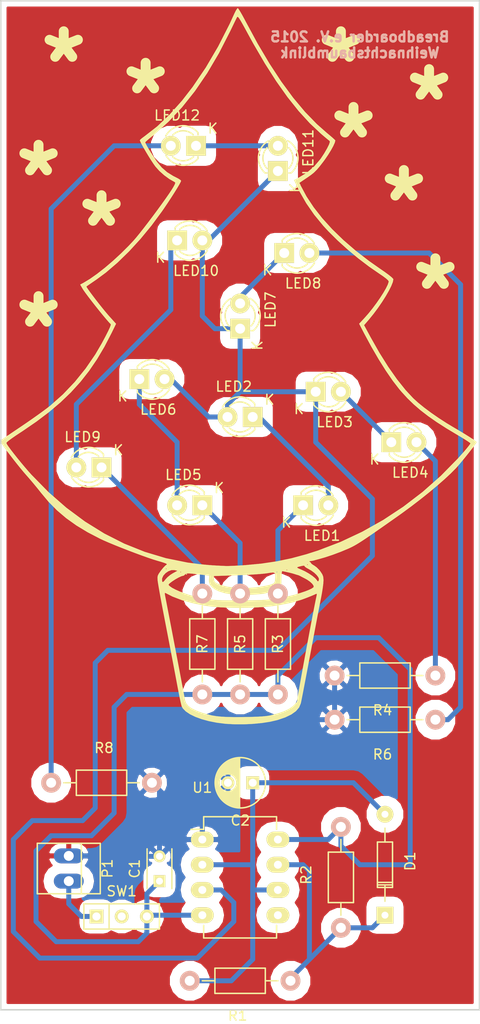
<source format=kicad_pcb>
(kicad_pcb (version 4) (host pcbnew "(2016-03-01 BZR 6606, Git 59f6a72)-product")

  (general
    (links 39)
    (no_connects 0)
    (area 129.464999 60.884999 177.875001 162.635001)
    (thickness 1.6)
    (drawings 15)
    (tracks 127)
    (zones 0)
    (modules 27)
    (nets 21)
  )

  (page A4)
  (title_block
    (title "Weihnachtsbaumblink / Tannenbaumplatine Loetworkshop")
    (date 2016-03-03)
    (rev 2)
    (company "Breadboarder e.V.")
  )

  (layers
    (0 F.Cu signal)
    (31 B.Cu signal)
    (32 B.Adhes user)
    (33 F.Adhes user)
    (34 B.Paste user)
    (35 F.Paste user)
    (36 B.SilkS user)
    (37 F.SilkS user)
    (38 B.Mask user)
    (39 F.Mask user)
    (40 Dwgs.User user)
    (41 Cmts.User user)
    (42 Eco1.User user)
    (43 Eco2.User user)
    (44 Edge.Cuts user)
    (45 Margin user)
    (46 B.CrtYd user)
    (47 F.CrtYd user)
    (48 B.Fab user)
    (49 F.Fab user)
  )

  (setup
    (last_trace_width 0.5)
    (trace_clearance 1)
    (zone_clearance 0.508)
    (zone_45_only no)
    (trace_min 0.16)
    (segment_width 0.2)
    (edge_width 0.15)
    (via_size 0.9)
    (via_drill 0.8)
    (via_min_size 0.4)
    (via_min_drill 0.3)
    (uvia_size 0.7)
    (uvia_drill 0.6)
    (uvias_allowed no)
    (uvia_min_size 0.2)
    (uvia_min_drill 0.1)
    (pcb_text_width 0.3)
    (pcb_text_size 1.5 1.5)
    (mod_edge_width 0.15)
    (mod_text_size 1 1)
    (mod_text_width 0.15)
    (pad_size 1.524 1.524)
    (pad_drill 0.762)
    (pad_to_mask_clearance 0.2)
    (aux_axis_origin 0 0)
    (visible_elements 7FFFFFFF)
    (pcbplotparams
      (layerselection 0x00030_80000001)
      (usegerberextensions false)
      (excludeedgelayer true)
      (linewidth 0.100000)
      (plotframeref false)
      (viasonmask false)
      (mode 1)
      (useauxorigin false)
      (hpglpennumber 1)
      (hpglpenspeed 20)
      (hpglpendiameter 15)
      (psnegative false)
      (psa4output false)
      (plotreference true)
      (plotvalue true)
      (plotinvisibletext false)
      (padsonsilk false)
      (subtractmaskfromsilk false)
      (outputformat 1)
      (mirror false)
      (drillshape 1)
      (scaleselection 1)
      (outputdirectory ""))
  )

  (net 0 "")
  (net 1 +9V)
  (net 2 GND)
  (net 3 "Net-(C2-Pad1)")
  (net 4 "Net-(D1-Pad1)")
  (net 5 "Net-(LED1-Pad1)")
  (net 6 "Net-(LED1-Pad2)")
  (net 7 "Net-(LED10-Pad2)")
  (net 8 "Net-(LED3-Pad2)")
  (net 9 "Net-(LED4-Pad2)")
  (net 10 "Net-(LED5-Pad1)")
  (net 11 "Net-(LED5-Pad2)")
  (net 12 "Net-(LED7-Pad2)")
  (net 13 "Net-(LED8-Pad2)")
  (net 14 "Net-(LED9-Pad1)")
  (net 15 "Net-(LED10-Pad1)")
  (net 16 "Net-(LED11-Pad2)")
  (net 17 "Net-(LED12-Pad2)")
  (net 18 "Net-(U1-Pad5)")
  (net 19 "Net-(P1-Pad2)")
  (net 20 "Net-(SW1-Pad2)")

  (net_class Default "Dies ist die voreingestellte Netzklasse."
    (clearance 1)
    (trace_width 0.5)
    (via_dia 0.9)
    (via_drill 0.8)
    (uvia_dia 0.7)
    (uvia_drill 0.6)
    (add_net +9V)
    (add_net GND)
    (add_net "Net-(C2-Pad1)")
    (add_net "Net-(D1-Pad1)")
    (add_net "Net-(LED1-Pad1)")
    (add_net "Net-(LED1-Pad2)")
    (add_net "Net-(LED10-Pad1)")
    (add_net "Net-(LED10-Pad2)")
    (add_net "Net-(LED11-Pad2)")
    (add_net "Net-(LED12-Pad2)")
    (add_net "Net-(LED3-Pad2)")
    (add_net "Net-(LED4-Pad2)")
    (add_net "Net-(LED5-Pad1)")
    (add_net "Net-(LED5-Pad2)")
    (add_net "Net-(LED7-Pad2)")
    (add_net "Net-(LED8-Pad2)")
    (add_net "Net-(LED9-Pad1)")
    (add_net "Net-(P1-Pad2)")
    (add_net "Net-(SW1-Pad2)")
    (add_net "Net-(U1-Pad5)")
  )

  (module Capacitors_ThroughHole:C_Radial_D5_L11_P2.5 (layer F.Cu) (tedit 0) (tstamp 5661F3D6)
    (at 154.94 139.7 180)
    (descr "Radial Electrolytic Capacitor Diameter 5mm x Length 11mm, Pitch 2.5mm")
    (tags "Electrolytic Capacitor")
    (path /566044E6)
    (fp_text reference C2 (at 1.25 -3.8 180) (layer F.SilkS)
      (effects (font (size 1 1) (thickness 0.15)))
    )
    (fp_text value 4u7 (at 1.25 3.8 180) (layer F.Fab)
      (effects (font (size 1 1) (thickness 0.15)))
    )
    (fp_line (start 1.325 -2.499) (end 1.325 2.499) (layer F.SilkS) (width 0.15))
    (fp_line (start 1.465 -2.491) (end 1.465 2.491) (layer F.SilkS) (width 0.15))
    (fp_line (start 1.605 -2.475) (end 1.605 -0.095) (layer F.SilkS) (width 0.15))
    (fp_line (start 1.605 0.095) (end 1.605 2.475) (layer F.SilkS) (width 0.15))
    (fp_line (start 1.745 -2.451) (end 1.745 -0.49) (layer F.SilkS) (width 0.15))
    (fp_line (start 1.745 0.49) (end 1.745 2.451) (layer F.SilkS) (width 0.15))
    (fp_line (start 1.885 -2.418) (end 1.885 -0.657) (layer F.SilkS) (width 0.15))
    (fp_line (start 1.885 0.657) (end 1.885 2.418) (layer F.SilkS) (width 0.15))
    (fp_line (start 2.025 -2.377) (end 2.025 -0.764) (layer F.SilkS) (width 0.15))
    (fp_line (start 2.025 0.764) (end 2.025 2.377) (layer F.SilkS) (width 0.15))
    (fp_line (start 2.165 -2.327) (end 2.165 -0.835) (layer F.SilkS) (width 0.15))
    (fp_line (start 2.165 0.835) (end 2.165 2.327) (layer F.SilkS) (width 0.15))
    (fp_line (start 2.305 -2.266) (end 2.305 -0.879) (layer F.SilkS) (width 0.15))
    (fp_line (start 2.305 0.879) (end 2.305 2.266) (layer F.SilkS) (width 0.15))
    (fp_line (start 2.445 -2.196) (end 2.445 -0.898) (layer F.SilkS) (width 0.15))
    (fp_line (start 2.445 0.898) (end 2.445 2.196) (layer F.SilkS) (width 0.15))
    (fp_line (start 2.585 -2.114) (end 2.585 -0.896) (layer F.SilkS) (width 0.15))
    (fp_line (start 2.585 0.896) (end 2.585 2.114) (layer F.SilkS) (width 0.15))
    (fp_line (start 2.725 -2.019) (end 2.725 -0.871) (layer F.SilkS) (width 0.15))
    (fp_line (start 2.725 0.871) (end 2.725 2.019) (layer F.SilkS) (width 0.15))
    (fp_line (start 2.865 -1.908) (end 2.865 -0.823) (layer F.SilkS) (width 0.15))
    (fp_line (start 2.865 0.823) (end 2.865 1.908) (layer F.SilkS) (width 0.15))
    (fp_line (start 3.005 -1.78) (end 3.005 -0.745) (layer F.SilkS) (width 0.15))
    (fp_line (start 3.005 0.745) (end 3.005 1.78) (layer F.SilkS) (width 0.15))
    (fp_line (start 3.145 -1.631) (end 3.145 -0.628) (layer F.SilkS) (width 0.15))
    (fp_line (start 3.145 0.628) (end 3.145 1.631) (layer F.SilkS) (width 0.15))
    (fp_line (start 3.285 -1.452) (end 3.285 -0.44) (layer F.SilkS) (width 0.15))
    (fp_line (start 3.285 0.44) (end 3.285 1.452) (layer F.SilkS) (width 0.15))
    (fp_line (start 3.425 -1.233) (end 3.425 1.233) (layer F.SilkS) (width 0.15))
    (fp_line (start 3.565 -0.944) (end 3.565 0.944) (layer F.SilkS) (width 0.15))
    (fp_line (start 3.705 -0.472) (end 3.705 0.472) (layer F.SilkS) (width 0.15))
    (fp_circle (center 2.5 0) (end 2.5 -0.9) (layer F.SilkS) (width 0.15))
    (fp_circle (center 1.25 0) (end 1.25 -2.5375) (layer F.SilkS) (width 0.15))
    (fp_circle (center 1.25 0) (end 1.25 -2.8) (layer F.CrtYd) (width 0.05))
    (pad 1 thru_hole rect (at 0 0 180) (size 1.3 1.3) (drill 0.8) (layers *.Cu *.Mask F.SilkS)
      (net 3 "Net-(C2-Pad1)"))
    (pad 2 thru_hole circle (at 2.5 0 180) (size 1.3 1.3) (drill 0.8) (layers *.Cu *.Mask F.SilkS)
      (net 2 GND))
    (model Capacitors_ThroughHole.3dshapes/C_Radial_D5_L11_P2.5.wrl
      (at (xyz 0.049213 0 0))
      (scale (xyz 1 1 1))
      (rotate (xyz 0 0 90))
    )
  )

  (module LEDs:LED-3MM (layer F.Cu) (tedit 559B82F6) (tstamp 5661F3E2)
    (at 160.02 111.76)
    (descr "LED 3mm round vertical")
    (tags "LED  3mm round vertical")
    (path /566053DB)
    (fp_text reference LED1 (at 1.91 3.06) (layer F.SilkS)
      (effects (font (size 1 1) (thickness 0.15)))
    )
    (fp_text value LED (at 1.3 -2.9) (layer F.Fab)
      (effects (font (size 1 1) (thickness 0.15)))
    )
    (fp_line (start -1.2 2.3) (end 3.8 2.3) (layer F.CrtYd) (width 0.05))
    (fp_line (start 3.8 2.3) (end 3.8 -2.2) (layer F.CrtYd) (width 0.05))
    (fp_line (start 3.8 -2.2) (end -1.2 -2.2) (layer F.CrtYd) (width 0.05))
    (fp_line (start -1.2 -2.2) (end -1.2 2.3) (layer F.CrtYd) (width 0.05))
    (fp_line (start -0.199 1.314) (end -0.199 1.114) (layer F.SilkS) (width 0.15))
    (fp_line (start -0.199 -1.28) (end -0.199 -1.1) (layer F.SilkS) (width 0.15))
    (fp_arc (start 1.301 0.034) (end -0.199 -1.286) (angle 108.5) (layer F.SilkS) (width 0.15))
    (fp_arc (start 1.301 0.034) (end 0.25 -1.1) (angle 85.7) (layer F.SilkS) (width 0.15))
    (fp_arc (start 1.311 0.034) (end 3.051 0.994) (angle 110) (layer F.SilkS) (width 0.15))
    (fp_arc (start 1.301 0.034) (end 2.335 1.094) (angle 87.5) (layer F.SilkS) (width 0.15))
    (fp_text user K (at -1.69 1.74) (layer F.SilkS)
      (effects (font (size 1 1) (thickness 0.15)))
    )
    (pad 1 thru_hole rect (at 0 0 90) (size 2 2) (drill 1.00076) (layers *.Cu *.Mask F.SilkS)
      (net 5 "Net-(LED1-Pad1)"))
    (pad 2 thru_hole circle (at 2.54 0) (size 2 2) (drill 1.00076) (layers *.Cu *.Mask F.SilkS)
      (net 6 "Net-(LED1-Pad2)"))
    (model LEDs.3dshapes/LED-3MM.wrl
      (at (xyz 0.05 0 0))
      (scale (xyz 1 1 1))
      (rotate (xyz 0 0 90))
    )
  )

  (module LEDs:LED-3MM (layer F.Cu) (tedit 559B82F6) (tstamp 5661F3E8)
    (at 154.94 102.87 180)
    (descr "LED 3mm round vertical")
    (tags "LED  3mm round vertical")
    (path /566053E1)
    (fp_text reference LED2 (at 1.91 3.06 180) (layer F.SilkS)
      (effects (font (size 1 1) (thickness 0.15)))
    )
    (fp_text value LED (at 1.3 -2.9 180) (layer F.Fab)
      (effects (font (size 1 1) (thickness 0.15)))
    )
    (fp_line (start -1.2 2.3) (end 3.8 2.3) (layer F.CrtYd) (width 0.05))
    (fp_line (start 3.8 2.3) (end 3.8 -2.2) (layer F.CrtYd) (width 0.05))
    (fp_line (start 3.8 -2.2) (end -1.2 -2.2) (layer F.CrtYd) (width 0.05))
    (fp_line (start -1.2 -2.2) (end -1.2 2.3) (layer F.CrtYd) (width 0.05))
    (fp_line (start -0.199 1.314) (end -0.199 1.114) (layer F.SilkS) (width 0.15))
    (fp_line (start -0.199 -1.28) (end -0.199 -1.1) (layer F.SilkS) (width 0.15))
    (fp_arc (start 1.301 0.034) (end -0.199 -1.286) (angle 108.5) (layer F.SilkS) (width 0.15))
    (fp_arc (start 1.301 0.034) (end 0.25 -1.1) (angle 85.7) (layer F.SilkS) (width 0.15))
    (fp_arc (start 1.311 0.034) (end 3.051 0.994) (angle 110) (layer F.SilkS) (width 0.15))
    (fp_arc (start 1.301 0.034) (end 2.335 1.094) (angle 87.5) (layer F.SilkS) (width 0.15))
    (fp_text user K (at -1.69 1.74 180) (layer F.SilkS)
      (effects (font (size 1 1) (thickness 0.15)))
    )
    (pad 1 thru_hole rect (at 0 0 270) (size 2 2) (drill 1.00076) (layers *.Cu *.Mask F.SilkS)
      (net 6 "Net-(LED1-Pad2)"))
    (pad 2 thru_hole circle (at 2.54 0 180) (size 2 2) (drill 1.00076) (layers *.Cu *.Mask F.SilkS)
      (net 7 "Net-(LED10-Pad2)"))
    (model LEDs.3dshapes/LED-3MM.wrl
      (at (xyz 0.05 0 0))
      (scale (xyz 1 1 1))
      (rotate (xyz 0 0 90))
    )
  )

  (module LEDs:LED-3MM (layer F.Cu) (tedit 559B82F6) (tstamp 5661F3EE)
    (at 161.29 100.33)
    (descr "LED 3mm round vertical")
    (tags "LED  3mm round vertical")
    (path /566053E7)
    (fp_text reference LED3 (at 1.91 3.06) (layer F.SilkS)
      (effects (font (size 1 1) (thickness 0.15)))
    )
    (fp_text value LED (at 1.3 -2.9) (layer F.Fab)
      (effects (font (size 1 1) (thickness 0.15)))
    )
    (fp_line (start -1.2 2.3) (end 3.8 2.3) (layer F.CrtYd) (width 0.05))
    (fp_line (start 3.8 2.3) (end 3.8 -2.2) (layer F.CrtYd) (width 0.05))
    (fp_line (start 3.8 -2.2) (end -1.2 -2.2) (layer F.CrtYd) (width 0.05))
    (fp_line (start -1.2 -2.2) (end -1.2 2.3) (layer F.CrtYd) (width 0.05))
    (fp_line (start -0.199 1.314) (end -0.199 1.114) (layer F.SilkS) (width 0.15))
    (fp_line (start -0.199 -1.28) (end -0.199 -1.1) (layer F.SilkS) (width 0.15))
    (fp_arc (start 1.301 0.034) (end -0.199 -1.286) (angle 108.5) (layer F.SilkS) (width 0.15))
    (fp_arc (start 1.301 0.034) (end 0.25 -1.1) (angle 85.7) (layer F.SilkS) (width 0.15))
    (fp_arc (start 1.311 0.034) (end 3.051 0.994) (angle 110) (layer F.SilkS) (width 0.15))
    (fp_arc (start 1.301 0.034) (end 2.335 1.094) (angle 87.5) (layer F.SilkS) (width 0.15))
    (fp_text user K (at -1.69 1.74) (layer F.SilkS)
      (effects (font (size 1 1) (thickness 0.15)))
    )
    (pad 1 thru_hole rect (at 0 0 90) (size 2 2) (drill 1.00076) (layers *.Cu *.Mask F.SilkS)
      (net 7 "Net-(LED10-Pad2)"))
    (pad 2 thru_hole circle (at 2.54 0) (size 2 2) (drill 1.00076) (layers *.Cu *.Mask F.SilkS)
      (net 8 "Net-(LED3-Pad2)"))
    (model LEDs.3dshapes/LED-3MM.wrl
      (at (xyz 0.05 0 0))
      (scale (xyz 1 1 1))
      (rotate (xyz 0 0 90))
    )
  )

  (module LEDs:LED-3MM (layer F.Cu) (tedit 559B82F6) (tstamp 5661F3F4)
    (at 168.91 105.41)
    (descr "LED 3mm round vertical")
    (tags "LED  3mm round vertical")
    (path /566053ED)
    (fp_text reference LED4 (at 1.91 3.06) (layer F.SilkS)
      (effects (font (size 1 1) (thickness 0.15)))
    )
    (fp_text value LED (at 1.3 -2.9) (layer F.Fab)
      (effects (font (size 1 1) (thickness 0.15)))
    )
    (fp_line (start -1.2 2.3) (end 3.8 2.3) (layer F.CrtYd) (width 0.05))
    (fp_line (start 3.8 2.3) (end 3.8 -2.2) (layer F.CrtYd) (width 0.05))
    (fp_line (start 3.8 -2.2) (end -1.2 -2.2) (layer F.CrtYd) (width 0.05))
    (fp_line (start -1.2 -2.2) (end -1.2 2.3) (layer F.CrtYd) (width 0.05))
    (fp_line (start -0.199 1.314) (end -0.199 1.114) (layer F.SilkS) (width 0.15))
    (fp_line (start -0.199 -1.28) (end -0.199 -1.1) (layer F.SilkS) (width 0.15))
    (fp_arc (start 1.301 0.034) (end -0.199 -1.286) (angle 108.5) (layer F.SilkS) (width 0.15))
    (fp_arc (start 1.301 0.034) (end 0.25 -1.1) (angle 85.7) (layer F.SilkS) (width 0.15))
    (fp_arc (start 1.311 0.034) (end 3.051 0.994) (angle 110) (layer F.SilkS) (width 0.15))
    (fp_arc (start 1.301 0.034) (end 2.335 1.094) (angle 87.5) (layer F.SilkS) (width 0.15))
    (fp_text user K (at -1.69 1.74) (layer F.SilkS)
      (effects (font (size 1 1) (thickness 0.15)))
    )
    (pad 1 thru_hole rect (at 0 0 90) (size 2 2) (drill 1.00076) (layers *.Cu *.Mask F.SilkS)
      (net 8 "Net-(LED3-Pad2)"))
    (pad 2 thru_hole circle (at 2.54 0) (size 2 2) (drill 1.00076) (layers *.Cu *.Mask F.SilkS)
      (net 9 "Net-(LED4-Pad2)"))
    (model LEDs.3dshapes/LED-3MM.wrl
      (at (xyz 0.05 0 0))
      (scale (xyz 1 1 1))
      (rotate (xyz 0 0 90))
    )
  )

  (module LEDs:LED-3MM (layer F.Cu) (tedit 559B82F6) (tstamp 5661F3FA)
    (at 149.86 111.76 180)
    (descr "LED 3mm round vertical")
    (tags "LED  3mm round vertical")
    (path /56605302)
    (fp_text reference LED5 (at 1.91 3.06 180) (layer F.SilkS)
      (effects (font (size 1 1) (thickness 0.15)))
    )
    (fp_text value LED (at 1.3 -2.9 180) (layer F.Fab)
      (effects (font (size 1 1) (thickness 0.15)))
    )
    (fp_line (start -1.2 2.3) (end 3.8 2.3) (layer F.CrtYd) (width 0.05))
    (fp_line (start 3.8 2.3) (end 3.8 -2.2) (layer F.CrtYd) (width 0.05))
    (fp_line (start 3.8 -2.2) (end -1.2 -2.2) (layer F.CrtYd) (width 0.05))
    (fp_line (start -1.2 -2.2) (end -1.2 2.3) (layer F.CrtYd) (width 0.05))
    (fp_line (start -0.199 1.314) (end -0.199 1.114) (layer F.SilkS) (width 0.15))
    (fp_line (start -0.199 -1.28) (end -0.199 -1.1) (layer F.SilkS) (width 0.15))
    (fp_arc (start 1.301 0.034) (end -0.199 -1.286) (angle 108.5) (layer F.SilkS) (width 0.15))
    (fp_arc (start 1.301 0.034) (end 0.25 -1.1) (angle 85.7) (layer F.SilkS) (width 0.15))
    (fp_arc (start 1.311 0.034) (end 3.051 0.994) (angle 110) (layer F.SilkS) (width 0.15))
    (fp_arc (start 1.301 0.034) (end 2.335 1.094) (angle 87.5) (layer F.SilkS) (width 0.15))
    (fp_text user K (at -1.69 1.74 180) (layer F.SilkS)
      (effects (font (size 1 1) (thickness 0.15)))
    )
    (pad 1 thru_hole rect (at 0 0 270) (size 2 2) (drill 1.00076) (layers *.Cu *.Mask F.SilkS)
      (net 10 "Net-(LED5-Pad1)"))
    (pad 2 thru_hole circle (at 2.54 0 180) (size 2 2) (drill 1.00076) (layers *.Cu *.Mask F.SilkS)
      (net 11 "Net-(LED5-Pad2)"))
    (model LEDs.3dshapes/LED-3MM.wrl
      (at (xyz 0.05 0 0))
      (scale (xyz 1 1 1))
      (rotate (xyz 0 0 90))
    )
  )

  (module LEDs:LED-3MM (layer F.Cu) (tedit 559B82F6) (tstamp 5661F400)
    (at 143.51 99.06)
    (descr "LED 3mm round vertical")
    (tags "LED  3mm round vertical")
    (path /56605308)
    (fp_text reference LED6 (at 1.91 3.06) (layer F.SilkS)
      (effects (font (size 1 1) (thickness 0.15)))
    )
    (fp_text value LED (at 1.3 -2.9) (layer F.Fab)
      (effects (font (size 1 1) (thickness 0.15)))
    )
    (fp_line (start -1.2 2.3) (end 3.8 2.3) (layer F.CrtYd) (width 0.05))
    (fp_line (start 3.8 2.3) (end 3.8 -2.2) (layer F.CrtYd) (width 0.05))
    (fp_line (start 3.8 -2.2) (end -1.2 -2.2) (layer F.CrtYd) (width 0.05))
    (fp_line (start -1.2 -2.2) (end -1.2 2.3) (layer F.CrtYd) (width 0.05))
    (fp_line (start -0.199 1.314) (end -0.199 1.114) (layer F.SilkS) (width 0.15))
    (fp_line (start -0.199 -1.28) (end -0.199 -1.1) (layer F.SilkS) (width 0.15))
    (fp_arc (start 1.301 0.034) (end -0.199 -1.286) (angle 108.5) (layer F.SilkS) (width 0.15))
    (fp_arc (start 1.301 0.034) (end 0.25 -1.1) (angle 85.7) (layer F.SilkS) (width 0.15))
    (fp_arc (start 1.311 0.034) (end 3.051 0.994) (angle 110) (layer F.SilkS) (width 0.15))
    (fp_arc (start 1.301 0.034) (end 2.335 1.094) (angle 87.5) (layer F.SilkS) (width 0.15))
    (fp_text user K (at -1.69 1.74) (layer F.SilkS)
      (effects (font (size 1 1) (thickness 0.15)))
    )
    (pad 1 thru_hole rect (at 0 0 90) (size 2 2) (drill 1.00076) (layers *.Cu *.Mask F.SilkS)
      (net 11 "Net-(LED5-Pad2)"))
    (pad 2 thru_hole circle (at 2.54 0) (size 2 2) (drill 1.00076) (layers *.Cu *.Mask F.SilkS)
      (net 7 "Net-(LED10-Pad2)"))
    (model LEDs.3dshapes/LED-3MM.wrl
      (at (xyz 0.05 0 0))
      (scale (xyz 1 1 1))
      (rotate (xyz 0 0 90))
    )
  )

  (module LEDs:LED-3MM (layer F.Cu) (tedit 559B82F6) (tstamp 5661F406)
    (at 153.67 93.98 90)
    (descr "LED 3mm round vertical")
    (tags "LED  3mm round vertical")
    (path /5660530E)
    (fp_text reference LED7 (at 1.91 3.06 90) (layer F.SilkS)
      (effects (font (size 1 1) (thickness 0.15)))
    )
    (fp_text value LED (at 1.3 -2.9 90) (layer F.Fab)
      (effects (font (size 1 1) (thickness 0.15)))
    )
    (fp_line (start -1.2 2.3) (end 3.8 2.3) (layer F.CrtYd) (width 0.05))
    (fp_line (start 3.8 2.3) (end 3.8 -2.2) (layer F.CrtYd) (width 0.05))
    (fp_line (start 3.8 -2.2) (end -1.2 -2.2) (layer F.CrtYd) (width 0.05))
    (fp_line (start -1.2 -2.2) (end -1.2 2.3) (layer F.CrtYd) (width 0.05))
    (fp_line (start -0.199 1.314) (end -0.199 1.114) (layer F.SilkS) (width 0.15))
    (fp_line (start -0.199 -1.28) (end -0.199 -1.1) (layer F.SilkS) (width 0.15))
    (fp_arc (start 1.301 0.034) (end -0.199 -1.286) (angle 108.5) (layer F.SilkS) (width 0.15))
    (fp_arc (start 1.301 0.034) (end 0.25 -1.1) (angle 85.7) (layer F.SilkS) (width 0.15))
    (fp_arc (start 1.311 0.034) (end 3.051 0.994) (angle 110) (layer F.SilkS) (width 0.15))
    (fp_arc (start 1.301 0.034) (end 2.335 1.094) (angle 87.5) (layer F.SilkS) (width 0.15))
    (fp_text user K (at -1.69 1.74 90) (layer F.SilkS)
      (effects (font (size 1 1) (thickness 0.15)))
    )
    (pad 1 thru_hole rect (at 0 0 180) (size 2 2) (drill 1.00076) (layers *.Cu *.Mask F.SilkS)
      (net 7 "Net-(LED10-Pad2)"))
    (pad 2 thru_hole circle (at 2.54 0 90) (size 2 2) (drill 1.00076) (layers *.Cu *.Mask F.SilkS)
      (net 12 "Net-(LED7-Pad2)"))
    (model LEDs.3dshapes/LED-3MM.wrl
      (at (xyz 0.05 0 0))
      (scale (xyz 1 1 1))
      (rotate (xyz 0 0 90))
    )
  )

  (module LEDs:LED-3MM (layer F.Cu) (tedit 559B82F6) (tstamp 5661F40C)
    (at 158.115 86.36)
    (descr "LED 3mm round vertical")
    (tags "LED  3mm round vertical")
    (path /56605314)
    (fp_text reference LED8 (at 1.91 3.06) (layer F.SilkS)
      (effects (font (size 1 1) (thickness 0.15)))
    )
    (fp_text value LED (at 1.3 -2.9) (layer F.Fab)
      (effects (font (size 1 1) (thickness 0.15)))
    )
    (fp_line (start -1.2 2.3) (end 3.8 2.3) (layer F.CrtYd) (width 0.05))
    (fp_line (start 3.8 2.3) (end 3.8 -2.2) (layer F.CrtYd) (width 0.05))
    (fp_line (start 3.8 -2.2) (end -1.2 -2.2) (layer F.CrtYd) (width 0.05))
    (fp_line (start -1.2 -2.2) (end -1.2 2.3) (layer F.CrtYd) (width 0.05))
    (fp_line (start -0.199 1.314) (end -0.199 1.114) (layer F.SilkS) (width 0.15))
    (fp_line (start -0.199 -1.28) (end -0.199 -1.1) (layer F.SilkS) (width 0.15))
    (fp_arc (start 1.301 0.034) (end -0.199 -1.286) (angle 108.5) (layer F.SilkS) (width 0.15))
    (fp_arc (start 1.301 0.034) (end 0.25 -1.1) (angle 85.7) (layer F.SilkS) (width 0.15))
    (fp_arc (start 1.311 0.034) (end 3.051 0.994) (angle 110) (layer F.SilkS) (width 0.15))
    (fp_arc (start 1.301 0.034) (end 2.335 1.094) (angle 87.5) (layer F.SilkS) (width 0.15))
    (fp_text user K (at -1.69 1.74) (layer F.SilkS)
      (effects (font (size 1 1) (thickness 0.15)))
    )
    (pad 1 thru_hole rect (at 0 0 90) (size 2 2) (drill 1.00076) (layers *.Cu *.Mask F.SilkS)
      (net 12 "Net-(LED7-Pad2)"))
    (pad 2 thru_hole circle (at 2.54 0) (size 2 2) (drill 1.00076) (layers *.Cu *.Mask F.SilkS)
      (net 13 "Net-(LED8-Pad2)"))
    (model LEDs.3dshapes/LED-3MM.wrl
      (at (xyz 0.05 0 0))
      (scale (xyz 1 1 1))
      (rotate (xyz 0 0 90))
    )
  )

  (module LEDs:LED-3MM (layer F.Cu) (tedit 559B82F6) (tstamp 5661F412)
    (at 139.7 107.95 180)
    (descr "LED 3mm round vertical")
    (tags "LED  3mm round vertical")
    (path /566046F8)
    (fp_text reference LED9 (at 1.91 3.06 180) (layer F.SilkS)
      (effects (font (size 1 1) (thickness 0.15)))
    )
    (fp_text value LED (at 1.3 -2.9 180) (layer F.Fab)
      (effects (font (size 1 1) (thickness 0.15)))
    )
    (fp_line (start -1.2 2.3) (end 3.8 2.3) (layer F.CrtYd) (width 0.05))
    (fp_line (start 3.8 2.3) (end 3.8 -2.2) (layer F.CrtYd) (width 0.05))
    (fp_line (start 3.8 -2.2) (end -1.2 -2.2) (layer F.CrtYd) (width 0.05))
    (fp_line (start -1.2 -2.2) (end -1.2 2.3) (layer F.CrtYd) (width 0.05))
    (fp_line (start -0.199 1.314) (end -0.199 1.114) (layer F.SilkS) (width 0.15))
    (fp_line (start -0.199 -1.28) (end -0.199 -1.1) (layer F.SilkS) (width 0.15))
    (fp_arc (start 1.301 0.034) (end -0.199 -1.286) (angle 108.5) (layer F.SilkS) (width 0.15))
    (fp_arc (start 1.301 0.034) (end 0.25 -1.1) (angle 85.7) (layer F.SilkS) (width 0.15))
    (fp_arc (start 1.311 0.034) (end 3.051 0.994) (angle 110) (layer F.SilkS) (width 0.15))
    (fp_arc (start 1.301 0.034) (end 2.335 1.094) (angle 87.5) (layer F.SilkS) (width 0.15))
    (fp_text user K (at -1.69 1.74 180) (layer F.SilkS)
      (effects (font (size 1 1) (thickness 0.15)))
    )
    (pad 1 thru_hole rect (at 0 0 270) (size 2 2) (drill 1.00076) (layers *.Cu *.Mask F.SilkS)
      (net 14 "Net-(LED9-Pad1)"))
    (pad 2 thru_hole circle (at 2.54 0 180) (size 2 2) (drill 1.00076) (layers *.Cu *.Mask F.SilkS)
      (net 15 "Net-(LED10-Pad1)"))
    (model LEDs.3dshapes/LED-3MM.wrl
      (at (xyz 0.05 0 0))
      (scale (xyz 1 1 1))
      (rotate (xyz 0 0 90))
    )
  )

  (module LEDs:LED-3MM (layer F.Cu) (tedit 559B82F6) (tstamp 5661F418)
    (at 147.32 85.09)
    (descr "LED 3mm round vertical")
    (tags "LED  3mm round vertical")
    (path /56604BFF)
    (fp_text reference LED10 (at 1.91 3.06) (layer F.SilkS)
      (effects (font (size 1 1) (thickness 0.15)))
    )
    (fp_text value LED (at 1.3 -2.9) (layer F.Fab)
      (effects (font (size 1 1) (thickness 0.15)))
    )
    (fp_line (start -1.2 2.3) (end 3.8 2.3) (layer F.CrtYd) (width 0.05))
    (fp_line (start 3.8 2.3) (end 3.8 -2.2) (layer F.CrtYd) (width 0.05))
    (fp_line (start 3.8 -2.2) (end -1.2 -2.2) (layer F.CrtYd) (width 0.05))
    (fp_line (start -1.2 -2.2) (end -1.2 2.3) (layer F.CrtYd) (width 0.05))
    (fp_line (start -0.199 1.314) (end -0.199 1.114) (layer F.SilkS) (width 0.15))
    (fp_line (start -0.199 -1.28) (end -0.199 -1.1) (layer F.SilkS) (width 0.15))
    (fp_arc (start 1.301 0.034) (end -0.199 -1.286) (angle 108.5) (layer F.SilkS) (width 0.15))
    (fp_arc (start 1.301 0.034) (end 0.25 -1.1) (angle 85.7) (layer F.SilkS) (width 0.15))
    (fp_arc (start 1.311 0.034) (end 3.051 0.994) (angle 110) (layer F.SilkS) (width 0.15))
    (fp_arc (start 1.301 0.034) (end 2.335 1.094) (angle 87.5) (layer F.SilkS) (width 0.15))
    (fp_text user K (at -1.69 1.74) (layer F.SilkS)
      (effects (font (size 1 1) (thickness 0.15)))
    )
    (pad 1 thru_hole rect (at 0 0 90) (size 2 2) (drill 1.00076) (layers *.Cu *.Mask F.SilkS)
      (net 15 "Net-(LED10-Pad1)"))
    (pad 2 thru_hole circle (at 2.54 0) (size 2 2) (drill 1.00076) (layers *.Cu *.Mask F.SilkS)
      (net 7 "Net-(LED10-Pad2)"))
    (model LEDs.3dshapes/LED-3MM.wrl
      (at (xyz 0.05 0 0))
      (scale (xyz 1 1 1))
      (rotate (xyz 0 0 90))
    )
  )

  (module LEDs:LED-3MM (layer F.Cu) (tedit 559B82F6) (tstamp 5661F41E)
    (at 157.48 78.105 90)
    (descr "LED 3mm round vertical")
    (tags "LED  3mm round vertical")
    (path /56604C82)
    (fp_text reference LED11 (at 1.91 3.06 90) (layer F.SilkS)
      (effects (font (size 1 1) (thickness 0.15)))
    )
    (fp_text value LED (at 1.3 -2.9 90) (layer F.Fab)
      (effects (font (size 1 1) (thickness 0.15)))
    )
    (fp_line (start -1.2 2.3) (end 3.8 2.3) (layer F.CrtYd) (width 0.05))
    (fp_line (start 3.8 2.3) (end 3.8 -2.2) (layer F.CrtYd) (width 0.05))
    (fp_line (start 3.8 -2.2) (end -1.2 -2.2) (layer F.CrtYd) (width 0.05))
    (fp_line (start -1.2 -2.2) (end -1.2 2.3) (layer F.CrtYd) (width 0.05))
    (fp_line (start -0.199 1.314) (end -0.199 1.114) (layer F.SilkS) (width 0.15))
    (fp_line (start -0.199 -1.28) (end -0.199 -1.1) (layer F.SilkS) (width 0.15))
    (fp_arc (start 1.301 0.034) (end -0.199 -1.286) (angle 108.5) (layer F.SilkS) (width 0.15))
    (fp_arc (start 1.301 0.034) (end 0.25 -1.1) (angle 85.7) (layer F.SilkS) (width 0.15))
    (fp_arc (start 1.311 0.034) (end 3.051 0.994) (angle 110) (layer F.SilkS) (width 0.15))
    (fp_arc (start 1.301 0.034) (end 2.335 1.094) (angle 87.5) (layer F.SilkS) (width 0.15))
    (fp_text user K (at -1.69 1.74 90) (layer F.SilkS)
      (effects (font (size 1 1) (thickness 0.15)))
    )
    (pad 1 thru_hole rect (at 0 0 180) (size 2 2) (drill 1.00076) (layers *.Cu *.Mask F.SilkS)
      (net 7 "Net-(LED10-Pad2)"))
    (pad 2 thru_hole circle (at 2.54 0 90) (size 2 2) (drill 1.00076) (layers *.Cu *.Mask F.SilkS)
      (net 16 "Net-(LED11-Pad2)"))
    (model LEDs.3dshapes/LED-3MM.wrl
      (at (xyz 0.05 0 0))
      (scale (xyz 1 1 1))
      (rotate (xyz 0 0 90))
    )
  )

  (module LEDs:LED-3MM (layer F.Cu) (tedit 559B82F6) (tstamp 5661F424)
    (at 149.225 75.565 180)
    (descr "LED 3mm round vertical")
    (tags "LED  3mm round vertical")
    (path /56604CF2)
    (fp_text reference LED12 (at 1.91 3.06 180) (layer F.SilkS)
      (effects (font (size 1 1) (thickness 0.15)))
    )
    (fp_text value LED (at 1.3 -2.9 180) (layer F.Fab)
      (effects (font (size 1 1) (thickness 0.15)))
    )
    (fp_line (start -1.2 2.3) (end 3.8 2.3) (layer F.CrtYd) (width 0.05))
    (fp_line (start 3.8 2.3) (end 3.8 -2.2) (layer F.CrtYd) (width 0.05))
    (fp_line (start 3.8 -2.2) (end -1.2 -2.2) (layer F.CrtYd) (width 0.05))
    (fp_line (start -1.2 -2.2) (end -1.2 2.3) (layer F.CrtYd) (width 0.05))
    (fp_line (start -0.199 1.314) (end -0.199 1.114) (layer F.SilkS) (width 0.15))
    (fp_line (start -0.199 -1.28) (end -0.199 -1.1) (layer F.SilkS) (width 0.15))
    (fp_arc (start 1.301 0.034) (end -0.199 -1.286) (angle 108.5) (layer F.SilkS) (width 0.15))
    (fp_arc (start 1.301 0.034) (end 0.25 -1.1) (angle 85.7) (layer F.SilkS) (width 0.15))
    (fp_arc (start 1.311 0.034) (end 3.051 0.994) (angle 110) (layer F.SilkS) (width 0.15))
    (fp_arc (start 1.301 0.034) (end 2.335 1.094) (angle 87.5) (layer F.SilkS) (width 0.15))
    (fp_text user K (at -1.69 1.74 180) (layer F.SilkS)
      (effects (font (size 1 1) (thickness 0.15)))
    )
    (pad 1 thru_hole rect (at 0 0 270) (size 2 2) (drill 1.00076) (layers *.Cu *.Mask F.SilkS)
      (net 16 "Net-(LED11-Pad2)"))
    (pad 2 thru_hole circle (at 2.54 0 180) (size 2 2) (drill 1.00076) (layers *.Cu *.Mask F.SilkS)
      (net 17 "Net-(LED12-Pad2)"))
    (model LEDs.3dshapes/LED-3MM.wrl
      (at (xyz 0.05 0 0))
      (scale (xyz 1 1 1))
      (rotate (xyz 0 0 90))
    )
  )

  (module Connect:PINHEAD1-2 (layer F.Cu) (tedit 0) (tstamp 5661F42A)
    (at 136.398 148.336 270)
    (path /56604037)
    (attr virtual)
    (fp_text reference P1 (at 0 -3.9 270) (layer F.SilkS)
      (effects (font (size 1 1) (thickness 0.15)))
    )
    (fp_text value CONN_2 (at 0 3.81 270) (layer F.Fab)
      (effects (font (size 1 1) (thickness 0.15)))
    )
    (fp_line (start 2.54 -1.27) (end -2.54 -1.27) (layer F.SilkS) (width 0.15))
    (fp_line (start 2.54 3.175) (end -2.54 3.175) (layer F.SilkS) (width 0.15))
    (fp_line (start -2.54 -3.175) (end 2.54 -3.175) (layer F.SilkS) (width 0.15))
    (fp_line (start -2.54 -3.175) (end -2.54 3.175) (layer F.SilkS) (width 0.15))
    (fp_line (start 2.54 -3.175) (end 2.54 3.175) (layer F.SilkS) (width 0.15))
    (pad 1 thru_hole oval (at -1.27 0 270) (size 1.50622 3.01498) (drill 0.99822) (layers *.Cu *.Mask)
      (net 2 GND))
    (pad 2 thru_hole oval (at 1.27 0 270) (size 1.50622 3.01498) (drill 0.99822) (layers *.Cu *.Mask)
      (net 19 "Net-(P1-Pad2)"))
  )

  (module Resistors_ThroughHole:Resistor_Horizontal_RM10mm (layer F.Cu) (tedit 53F56209) (tstamp 5661F430)
    (at 153.67 159.639 180)
    (descr "Resistor, Axial,  RM 10mm, 1/3W,")
    (tags "Resistor, Axial, RM 10mm, 1/3W,")
    (path /566042A3)
    (fp_text reference R1 (at 0.24892 -3.50012 180) (layer F.SilkS)
      (effects (font (size 1 1) (thickness 0.15)))
    )
    (fp_text value 330k (at 3.81 3.81 180) (layer F.Fab)
      (effects (font (size 1 1) (thickness 0.15)))
    )
    (fp_line (start -2.54 -1.27) (end 2.54 -1.27) (layer F.SilkS) (width 0.15))
    (fp_line (start 2.54 -1.27) (end 2.54 1.27) (layer F.SilkS) (width 0.15))
    (fp_line (start 2.54 1.27) (end -2.54 1.27) (layer F.SilkS) (width 0.15))
    (fp_line (start -2.54 1.27) (end -2.54 -1.27) (layer F.SilkS) (width 0.15))
    (fp_line (start -2.54 0) (end -3.81 0) (layer F.SilkS) (width 0.15))
    (fp_line (start 2.54 0) (end 3.81 0) (layer F.SilkS) (width 0.15))
    (pad 1 thru_hole circle (at -5.08 0 180) (size 1.99898 1.99898) (drill 1.00076) (layers *.Cu *.SilkS *.Mask)
      (net 4 "Net-(D1-Pad1)"))
    (pad 2 thru_hole circle (at 5.08 0 180) (size 1.99898 1.99898) (drill 1.00076) (layers *.Cu *.SilkS *.Mask)
      (net 3 "Net-(C2-Pad1)"))
    (model Resistors_ThroughHole.3dshapes/Resistor_Horizontal_RM10mm.wrl
      (at (xyz 0 0 0))
      (scale (xyz 0.4 0.4 0.4))
      (rotate (xyz 0 0 0))
    )
  )

  (module Resistors_ThroughHole:Resistor_Horizontal_RM10mm (layer F.Cu) (tedit 53F56209) (tstamp 5661F436)
    (at 163.83 149.225 90)
    (descr "Resistor, Axial,  RM 10mm, 1/3W,")
    (tags "Resistor, Axial, RM 10mm, 1/3W,")
    (path /56604196)
    (fp_text reference R2 (at 0.24892 -3.50012 90) (layer F.SilkS)
      (effects (font (size 1 1) (thickness 0.15)))
    )
    (fp_text value 330k (at 3.81 3.81 90) (layer F.Fab)
      (effects (font (size 1 1) (thickness 0.15)))
    )
    (fp_line (start -2.54 -1.27) (end 2.54 -1.27) (layer F.SilkS) (width 0.15))
    (fp_line (start 2.54 -1.27) (end 2.54 1.27) (layer F.SilkS) (width 0.15))
    (fp_line (start 2.54 1.27) (end -2.54 1.27) (layer F.SilkS) (width 0.15))
    (fp_line (start -2.54 1.27) (end -2.54 -1.27) (layer F.SilkS) (width 0.15))
    (fp_line (start -2.54 0) (end -3.81 0) (layer F.SilkS) (width 0.15))
    (fp_line (start 2.54 0) (end 3.81 0) (layer F.SilkS) (width 0.15))
    (pad 1 thru_hole circle (at -5.08 0 90) (size 1.99898 1.99898) (drill 1.00076) (layers *.Cu *.SilkS *.Mask)
      (net 4 "Net-(D1-Pad1)"))
    (pad 2 thru_hole circle (at 5.08 0 90) (size 1.99898 1.99898) (drill 1.00076) (layers *.Cu *.SilkS *.Mask)
      (net 1 +9V))
    (model Resistors_ThroughHole.3dshapes/Resistor_Horizontal_RM10mm.wrl
      (at (xyz 0 0 0))
      (scale (xyz 0.4 0.4 0.4))
      (rotate (xyz 0 0 0))
    )
  )

  (module Resistors_ThroughHole:Resistor_Horizontal_RM10mm (layer F.Cu) (tedit 5661708F) (tstamp 5661F43C)
    (at 157.48 125.73 90)
    (descr "Resistor, Axial,  RM 10mm, 1/3W,")
    (tags "Resistor, Axial, RM 10mm, 1/3W,")
    (path /56604384)
    (fp_text reference R3 (at 0 0 90) (layer F.SilkS)
      (effects (font (size 1 1) (thickness 0.15)))
    )
    (fp_text value 330 (at 3.81 3.81 90) (layer F.Fab)
      (effects (font (size 1 1) (thickness 0.15)))
    )
    (fp_line (start -2.54 -1.27) (end 2.54 -1.27) (layer F.SilkS) (width 0.15))
    (fp_line (start 2.54 -1.27) (end 2.54 1.27) (layer F.SilkS) (width 0.15))
    (fp_line (start 2.54 1.27) (end -2.54 1.27) (layer F.SilkS) (width 0.15))
    (fp_line (start -2.54 1.27) (end -2.54 -1.27) (layer F.SilkS) (width 0.15))
    (fp_line (start -2.54 0) (end -3.81 0) (layer F.SilkS) (width 0.15))
    (fp_line (start 2.54 0) (end 3.81 0) (layer F.SilkS) (width 0.15))
    (pad 1 thru_hole circle (at -5.08 0 90) (size 1.99898 1.99898) (drill 1.00076) (layers *.Cu *.SilkS *.Mask)
      (net 1 +9V))
    (pad 2 thru_hole circle (at 5.08 0 90) (size 1.99898 1.99898) (drill 1.00076) (layers *.Cu *.SilkS *.Mask)
      (net 5 "Net-(LED1-Pad1)"))
    (model Resistors_ThroughHole.3dshapes/Resistor_Horizontal_RM10mm.wrl
      (at (xyz 0 0 0))
      (scale (xyz 0.4 0.4 0.4))
      (rotate (xyz 0 0 0))
    )
  )

  (module Resistors_ThroughHole:Resistor_Horizontal_RM10mm (layer F.Cu) (tedit 53F56209) (tstamp 5661F442)
    (at 168.275 128.905 180)
    (descr "Resistor, Axial,  RM 10mm, 1/3W,")
    (tags "Resistor, Axial, RM 10mm, 1/3W,")
    (path /56604439)
    (fp_text reference R4 (at 0.24892 -3.50012 180) (layer F.SilkS)
      (effects (font (size 1 1) (thickness 0.15)))
    )
    (fp_text value 270 (at 3.81 3.81 180) (layer F.Fab)
      (effects (font (size 1 1) (thickness 0.15)))
    )
    (fp_line (start -2.54 -1.27) (end 2.54 -1.27) (layer F.SilkS) (width 0.15))
    (fp_line (start 2.54 -1.27) (end 2.54 1.27) (layer F.SilkS) (width 0.15))
    (fp_line (start 2.54 1.27) (end -2.54 1.27) (layer F.SilkS) (width 0.15))
    (fp_line (start -2.54 1.27) (end -2.54 -1.27) (layer F.SilkS) (width 0.15))
    (fp_line (start -2.54 0) (end -3.81 0) (layer F.SilkS) (width 0.15))
    (fp_line (start 2.54 0) (end 3.81 0) (layer F.SilkS) (width 0.15))
    (pad 1 thru_hole circle (at -5.08 0 180) (size 1.99898 1.99898) (drill 1.00076) (layers *.Cu *.SilkS *.Mask)
      (net 9 "Net-(LED4-Pad2)"))
    (pad 2 thru_hole circle (at 5.08 0 180) (size 1.99898 1.99898) (drill 1.00076) (layers *.Cu *.SilkS *.Mask)
      (net 2 GND))
    (model Resistors_ThroughHole.3dshapes/Resistor_Horizontal_RM10mm.wrl
      (at (xyz 0 0 0))
      (scale (xyz 0.4 0.4 0.4))
      (rotate (xyz 0 0 0))
    )
  )

  (module Resistors_ThroughHole:Resistor_Horizontal_RM10mm (layer F.Cu) (tedit 56617093) (tstamp 5661F448)
    (at 153.67 125.73 90)
    (descr "Resistor, Axial,  RM 10mm, 1/3W,")
    (tags "Resistor, Axial, RM 10mm, 1/3W,")
    (path /566043CC)
    (fp_text reference R5 (at 0 0 90) (layer F.SilkS)
      (effects (font (size 1 1) (thickness 0.15)))
    )
    (fp_text value 330 (at 3.81 3.81 90) (layer F.Fab)
      (effects (font (size 1 1) (thickness 0.15)))
    )
    (fp_line (start -2.54 -1.27) (end 2.54 -1.27) (layer F.SilkS) (width 0.15))
    (fp_line (start 2.54 -1.27) (end 2.54 1.27) (layer F.SilkS) (width 0.15))
    (fp_line (start 2.54 1.27) (end -2.54 1.27) (layer F.SilkS) (width 0.15))
    (fp_line (start -2.54 1.27) (end -2.54 -1.27) (layer F.SilkS) (width 0.15))
    (fp_line (start -2.54 0) (end -3.81 0) (layer F.SilkS) (width 0.15))
    (fp_line (start 2.54 0) (end 3.81 0) (layer F.SilkS) (width 0.15))
    (pad 1 thru_hole circle (at -5.08 0 90) (size 1.99898 1.99898) (drill 1.00076) (layers *.Cu *.SilkS *.Mask)
      (net 1 +9V))
    (pad 2 thru_hole circle (at 5.08 0 90) (size 1.99898 1.99898) (drill 1.00076) (layers *.Cu *.SilkS *.Mask)
      (net 10 "Net-(LED5-Pad1)"))
    (model Resistors_ThroughHole.3dshapes/Resistor_Horizontal_RM10mm.wrl
      (at (xyz 0 0 0))
      (scale (xyz 0.4 0.4 0.4))
      (rotate (xyz 0 0 0))
    )
  )

  (module Resistors_ThroughHole:Resistor_Horizontal_RM10mm (layer F.Cu) (tedit 53F56209) (tstamp 5661F44E)
    (at 168.275 133.35 180)
    (descr "Resistor, Axial,  RM 10mm, 1/3W,")
    (tags "Resistor, Axial, RM 10mm, 1/3W,")
    (path /5660446A)
    (fp_text reference R6 (at 0.24892 -3.50012 180) (layer F.SilkS)
      (effects (font (size 1 1) (thickness 0.15)))
    )
    (fp_text value 270 (at 3.81 3.81 180) (layer F.Fab)
      (effects (font (size 1 1) (thickness 0.15)))
    )
    (fp_line (start -2.54 -1.27) (end 2.54 -1.27) (layer F.SilkS) (width 0.15))
    (fp_line (start 2.54 -1.27) (end 2.54 1.27) (layer F.SilkS) (width 0.15))
    (fp_line (start 2.54 1.27) (end -2.54 1.27) (layer F.SilkS) (width 0.15))
    (fp_line (start -2.54 1.27) (end -2.54 -1.27) (layer F.SilkS) (width 0.15))
    (fp_line (start -2.54 0) (end -3.81 0) (layer F.SilkS) (width 0.15))
    (fp_line (start 2.54 0) (end 3.81 0) (layer F.SilkS) (width 0.15))
    (pad 1 thru_hole circle (at -5.08 0 180) (size 1.99898 1.99898) (drill 1.00076) (layers *.Cu *.SilkS *.Mask)
      (net 13 "Net-(LED8-Pad2)"))
    (pad 2 thru_hole circle (at 5.08 0 180) (size 1.99898 1.99898) (drill 1.00076) (layers *.Cu *.SilkS *.Mask)
      (net 2 GND))
    (model Resistors_ThroughHole.3dshapes/Resistor_Horizontal_RM10mm.wrl
      (at (xyz 0 0 0))
      (scale (xyz 0.4 0.4 0.4))
      (rotate (xyz 0 0 0))
    )
  )

  (module Resistors_ThroughHole:Resistor_Horizontal_RM10mm (layer F.Cu) (tedit 56617096) (tstamp 5661F454)
    (at 149.86 125.73 90)
    (descr "Resistor, Axial,  RM 10mm, 1/3W,")
    (tags "Resistor, Axial, RM 10mm, 1/3W,")
    (path /5660440B)
    (fp_text reference R7 (at 0 0 90) (layer F.SilkS)
      (effects (font (size 1 1) (thickness 0.15)))
    )
    (fp_text value 330 (at 3.81 3.81 90) (layer F.Fab)
      (effects (font (size 1 1) (thickness 0.15)))
    )
    (fp_line (start -2.54 -1.27) (end 2.54 -1.27) (layer F.SilkS) (width 0.15))
    (fp_line (start 2.54 -1.27) (end 2.54 1.27) (layer F.SilkS) (width 0.15))
    (fp_line (start 2.54 1.27) (end -2.54 1.27) (layer F.SilkS) (width 0.15))
    (fp_line (start -2.54 1.27) (end -2.54 -1.27) (layer F.SilkS) (width 0.15))
    (fp_line (start -2.54 0) (end -3.81 0) (layer F.SilkS) (width 0.15))
    (fp_line (start 2.54 0) (end 3.81 0) (layer F.SilkS) (width 0.15))
    (pad 1 thru_hole circle (at -5.08 0 90) (size 1.99898 1.99898) (drill 1.00076) (layers *.Cu *.SilkS *.Mask)
      (net 1 +9V))
    (pad 2 thru_hole circle (at 5.08 0 90) (size 1.99898 1.99898) (drill 1.00076) (layers *.Cu *.SilkS *.Mask)
      (net 14 "Net-(LED9-Pad1)"))
    (model Resistors_ThroughHole.3dshapes/Resistor_Horizontal_RM10mm.wrl
      (at (xyz 0 0 0))
      (scale (xyz 0.4 0.4 0.4))
      (rotate (xyz 0 0 0))
    )
  )

  (module Resistors_ThroughHole:Resistor_Horizontal_RM10mm (layer F.Cu) (tedit 53F56209) (tstamp 5661F45A)
    (at 139.7 139.7)
    (descr "Resistor, Axial,  RM 10mm, 1/3W,")
    (tags "Resistor, Axial, RM 10mm, 1/3W,")
    (path /566044B8)
    (fp_text reference R8 (at 0.24892 -3.50012) (layer F.SilkS)
      (effects (font (size 1 1) (thickness 0.15)))
    )
    (fp_text value 270 (at 3.81 3.81) (layer F.Fab)
      (effects (font (size 1 1) (thickness 0.15)))
    )
    (fp_line (start -2.54 -1.27) (end 2.54 -1.27) (layer F.SilkS) (width 0.15))
    (fp_line (start 2.54 -1.27) (end 2.54 1.27) (layer F.SilkS) (width 0.15))
    (fp_line (start 2.54 1.27) (end -2.54 1.27) (layer F.SilkS) (width 0.15))
    (fp_line (start -2.54 1.27) (end -2.54 -1.27) (layer F.SilkS) (width 0.15))
    (fp_line (start -2.54 0) (end -3.81 0) (layer F.SilkS) (width 0.15))
    (fp_line (start 2.54 0) (end 3.81 0) (layer F.SilkS) (width 0.15))
    (pad 1 thru_hole circle (at -5.08 0) (size 1.99898 1.99898) (drill 1.00076) (layers *.Cu *.SilkS *.Mask)
      (net 17 "Net-(LED12-Pad2)"))
    (pad 2 thru_hole circle (at 5.08 0) (size 1.99898 1.99898) (drill 1.00076) (layers *.Cu *.SilkS *.Mask)
      (net 2 GND))
    (model Resistors_ThroughHole.3dshapes/Resistor_Horizontal_RM10mm.wrl
      (at (xyz 0 0 0))
      (scale (xyz 0.4 0.4 0.4))
      (rotate (xyz 0 0 0))
    )
  )

  (module Housings_DIP:DIP-8_W7.62mm_LongPads locked (layer F.Cu) (tedit 54130A77) (tstamp 5661F466)
    (at 149.86 145.415)
    (descr "8-lead dip package, row spacing 7.62 mm (300 mils), longer pads")
    (tags "dil dip 2.54 300")
    (path /56603E56)
    (fp_text reference U1 (at 0 -5.22) (layer F.SilkS)
      (effects (font (size 1 1) (thickness 0.15)))
    )
    (fp_text value NE555 (at 0 -3.72) (layer F.Fab)
      (effects (font (size 1 1) (thickness 0.15)))
    )
    (fp_line (start -1.4 -2.45) (end -1.4 10.1) (layer F.CrtYd) (width 0.05))
    (fp_line (start 9 -2.45) (end 9 10.1) (layer F.CrtYd) (width 0.05))
    (fp_line (start -1.4 -2.45) (end 9 -2.45) (layer F.CrtYd) (width 0.05))
    (fp_line (start -1.4 10.1) (end 9 10.1) (layer F.CrtYd) (width 0.05))
    (fp_line (start 0.135 -2.295) (end 0.135 -1.025) (layer F.SilkS) (width 0.15))
    (fp_line (start 7.485 -2.295) (end 7.485 -1.025) (layer F.SilkS) (width 0.15))
    (fp_line (start 7.485 9.915) (end 7.485 8.645) (layer F.SilkS) (width 0.15))
    (fp_line (start 0.135 9.915) (end 0.135 8.645) (layer F.SilkS) (width 0.15))
    (fp_line (start 0.135 -2.295) (end 7.485 -2.295) (layer F.SilkS) (width 0.15))
    (fp_line (start 0.135 9.915) (end 7.485 9.915) (layer F.SilkS) (width 0.15))
    (fp_line (start 0.135 -1.025) (end -1.15 -1.025) (layer F.SilkS) (width 0.15))
    (pad 1 thru_hole oval (at 0 0) (size 2.3 1.6) (drill 0.8) (layers *.Cu *.Mask F.SilkS)
      (net 2 GND))
    (pad 2 thru_hole oval (at 0 2.54) (size 2.3 1.6) (drill 0.8) (layers *.Cu *.Mask F.SilkS)
      (net 3 "Net-(C2-Pad1)"))
    (pad 3 thru_hole oval (at 0 5.08) (size 2.3 1.6) (drill 0.8) (layers *.Cu *.Mask F.SilkS)
      (net 7 "Net-(LED10-Pad2)"))
    (pad 4 thru_hole oval (at 0 7.62) (size 2.3 1.6) (drill 0.8) (layers *.Cu *.Mask F.SilkS)
      (net 1 +9V))
    (pad 5 thru_hole oval (at 7.62 7.62) (size 2.3 1.6) (drill 0.8) (layers *.Cu *.Mask F.SilkS)
      (net 18 "Net-(U1-Pad5)"))
    (pad 6 thru_hole oval (at 7.62 5.08) (size 2.3 1.6) (drill 0.8) (layers *.Cu *.Mask F.SilkS)
      (net 3 "Net-(C2-Pad1)"))
    (pad 7 thru_hole oval (at 7.62 2.54) (size 2.3 1.6) (drill 0.8) (layers *.Cu *.Mask F.SilkS)
      (net 4 "Net-(D1-Pad1)"))
    (pad 8 thru_hole oval (at 7.62 0) (size 2.3 1.6) (drill 0.8) (layers *.Cu *.Mask F.SilkS)
      (net 1 +9V))
    (model Housings_DIP.3dshapes/DIP-8_W7.62mm_LongPads.wrl
      (at (xyz 0 0 0))
      (scale (xyz 1 1 1))
      (rotate (xyz 0 0 0))
    )
  )

  (module Capacitors_ThroughHole:C_Rect_L4_W2.5_P2.5 (layer F.Cu) (tedit 0) (tstamp 56D87218)
    (at 145.542 149.606 90)
    (descr "Film Capacitor Length 4mm x Width 2.5mm, Pitch 2.5mm")
    (tags Capacitor)
    (path /56604635)
    (fp_text reference C1 (at 1.25 -2.5 90) (layer F.SilkS)
      (effects (font (size 1 1) (thickness 0.15)))
    )
    (fp_text value C (at 1.25 2.5 90) (layer F.Fab)
      (effects (font (size 1 1) (thickness 0.15)))
    )
    (fp_line (start -1 -1.5) (end 3.5 -1.5) (layer F.CrtYd) (width 0.05))
    (fp_line (start 3.5 -1.5) (end 3.5 1.5) (layer F.CrtYd) (width 0.05))
    (fp_line (start 3.5 1.5) (end -1 1.5) (layer F.CrtYd) (width 0.05))
    (fp_line (start -1 1.5) (end -1 -1.5) (layer F.CrtYd) (width 0.05))
    (fp_line (start -0.75 -1.25) (end 3.25 -1.25) (layer F.SilkS) (width 0.15))
    (fp_line (start -0.75 1.25) (end 3.25 1.25) (layer F.SilkS) (width 0.15))
    (pad 1 thru_hole rect (at 0 0 90) (size 1.2 1.2) (drill 0.7) (layers *.Cu *.Mask F.SilkS)
      (net 1 +9V))
    (pad 2 thru_hole circle (at 2.5 0 90) (size 1.2 1.2) (drill 0.7) (layers *.Cu *.Mask F.SilkS)
      (net 2 GND))
  )

  (module Buttons_Switches_ThroughHole:SW_Micro_SPST (layer F.Cu) (tedit 54BFC180) (tstamp 56D8727B)
    (at 141.732 153.162)
    (tags "Switch Micro SPST")
    (path /56D87ED6)
    (fp_text reference SW1 (at 0 -2.54) (layer F.SilkS)
      (effects (font (size 1 1) (thickness 0.15)))
    )
    (fp_text value Switch3 (at 0.025 2.45) (layer F.Fab)
      (effects (font (size 1 1) (thickness 0.15)))
    )
    (fp_line (start -3.81 1.27) (end -3.81 -1.27) (layer F.SilkS) (width 0.15))
    (fp_line (start -3.81 -1.27) (end 3.81 -1.27) (layer F.SilkS) (width 0.15))
    (fp_line (start 3.81 -1.27) (end 3.81 1.27) (layer F.SilkS) (width 0.15))
    (fp_line (start 3.81 1.27) (end -3.81 1.27) (layer F.SilkS) (width 0.15))
    (fp_line (start -1.27 -1.27) (end -1.27 1.27) (layer F.SilkS) (width 0.15))
    (pad 1 thru_hole rect (at -2.54 0) (size 1.397 1.397) (drill 0.8128) (layers *.Cu *.Mask F.SilkS)
      (net 19 "Net-(P1-Pad2)"))
    (pad 2 thru_hole circle (at 0 0) (size 1.397 1.397) (drill 0.8128) (layers *.Cu *.Mask F.SilkS)
      (net 20 "Net-(SW1-Pad2)"))
    (pad 3 thru_hole circle (at 2.54 0) (size 1.397 1.397) (drill 0.8128) (layers *.Cu *.Mask F.SilkS)
      (net 1 +9V))
    (model Buttons_Switches_ThroughHole.3dshapes/SW_Micro_SPST.wrl
      (at (xyz 0 0 0))
      (scale (xyz 0.33 0.33 0.33))
      (rotate (xyz 0 0 0))
    )
  )

  (module Diodes_ThroughHole:Diode_DO-35_SOD27_Horizontal_RM10 (layer F.Cu) (tedit 552FFC30) (tstamp 56D8752F)
    (at 168.275 153.035 90)
    (descr "Diode, DO-35,  SOD27, Horizontal, RM 10mm")
    (tags "Diode, DO-35, SOD27, Horizontal, RM 10mm, 1N4148,")
    (path /56607C47)
    (fp_text reference D1 (at 5.43052 2.53746 90) (layer F.SilkS)
      (effects (font (size 1 1) (thickness 0.15)))
    )
    (fp_text value 1N4148 (at 4.41452 -3.55854 90) (layer F.Fab)
      (effects (font (size 1 1) (thickness 0.15)))
    )
    (fp_line (start 7.36652 -0.00254) (end 8.76352 -0.00254) (layer F.SilkS) (width 0.15))
    (fp_line (start 2.92152 -0.00254) (end 1.39752 -0.00254) (layer F.SilkS) (width 0.15))
    (fp_line (start 3.30252 -0.76454) (end 3.30252 0.75946) (layer F.SilkS) (width 0.15))
    (fp_line (start 3.04852 -0.76454) (end 3.04852 0.75946) (layer F.SilkS) (width 0.15))
    (fp_line (start 2.79452 -0.00254) (end 2.79452 0.75946) (layer F.SilkS) (width 0.15))
    (fp_line (start 2.79452 0.75946) (end 7.36652 0.75946) (layer F.SilkS) (width 0.15))
    (fp_line (start 7.36652 0.75946) (end 7.36652 -0.76454) (layer F.SilkS) (width 0.15))
    (fp_line (start 7.36652 -0.76454) (end 2.79452 -0.76454) (layer F.SilkS) (width 0.15))
    (fp_line (start 2.79452 -0.76454) (end 2.79452 -0.00254) (layer F.SilkS) (width 0.15))
    (pad 2 thru_hole circle (at 10.16052 -0.00254 270) (size 1.69926 1.69926) (drill 0.70104) (layers *.Cu *.Mask F.SilkS)
      (net 3 "Net-(C2-Pad1)"))
    (pad 1 thru_hole rect (at 0.00052 -0.00254 270) (size 1.69926 1.69926) (drill 0.70104) (layers *.Cu *.Mask F.SilkS)
      (net 4 "Net-(D1-Pad1)"))
    (model Diodes_ThroughHole.3dshapes/Diode_DO-35_SOD27_Horizontal_RM10.wrl
      (at (xyz 0.2 0 0))
      (scale (xyz 0.4 0.4 0.4))
      (rotate (xyz 0 0 180))
    )
  )

  (module weihnachtsbaumblink:baum (layer F.Cu) (tedit 0) (tstamp 56D8904D)
    (at 153.416 97.79)
    (fp_text reference G*** (at 0 0) (layer F.SilkS) hide
      (effects (font (thickness 0.3)))
    )
    (fp_text value LOGO (at 0.75 0) (layer F.SilkS) hide
      (effects (font (thickness 0.3)))
    )
    (fp_poly (pts (xy 0.094544 -36.002968) (xy 0.240522 -35.775584) (xy 0.438845 -35.433823) (xy 0.671896 -35.007533)
      (xy 0.808182 -34.748456) (xy 2.01329 -32.52231) (xy 3.210896 -30.503092) (xy 4.404086 -28.686567)
      (xy 5.595948 -27.068496) (xy 6.789568 -25.644644) (xy 7.988033 -24.410774) (xy 8.975921 -23.538312)
      (xy 9.299702 -23.269094) (xy 9.569351 -23.036652) (xy 9.760385 -22.862717) (xy 9.84832 -22.769016)
      (xy 9.851399 -22.761354) (xy 9.796029 -22.538952) (xy 9.645846 -22.205053) (xy 9.419118 -21.791782)
      (xy 9.13411 -21.331264) (xy 8.809091 -20.855623) (xy 8.628008 -20.609908) (xy 8.277385 -20.157897)
      (xy 7.98917 -19.819034) (xy 7.720996 -19.551394) (xy 7.430494 -19.313054) (xy 7.075294 -19.062092)
      (xy 7.039172 -19.037767) (xy 6.229598 -18.494063) (xy 6.359981 -18.216406) (xy 6.942806 -17.127604)
      (xy 7.67148 -16.027517) (xy 8.538541 -14.923962) (xy 9.536528 -13.824754) (xy 10.657977 -12.737711)
      (xy 11.895428 -11.670648) (xy 13.241417 -10.631381) (xy 14.334266 -9.863658) (xy 14.851331 -9.506663)
      (xy 15.252363 -9.21214) (xy 15.530172 -8.985782) (xy 15.67757 -8.83328) (xy 15.700478 -8.781759)
      (xy 15.646362 -8.502539) (xy 15.490424 -8.109958) (xy 15.247631 -7.628556) (xy 14.932948 -7.082872)
      (xy 14.56134 -6.497445) (xy 14.147772 -5.896815) (xy 13.70721 -5.30552) (xy 13.25462 -4.748101)
      (xy 13.205835 -4.691174) (xy 12.749548 -4.161734) (xy 13.403124 -2.953992) (xy 14.29301 -1.387136)
      (xy 15.186237 0.033716) (xy 16.072235 1.293458) (xy 16.940435 2.376981) (xy 17.708158 3.19911)
      (xy 18.203732 3.648439) (xy 18.816305 4.144189) (xy 19.516929 4.665457) (xy 20.276659 5.191342)
      (xy 21.066548 5.700939) (xy 21.705455 6.085599) (xy 22.338851 6.458155) (xy 22.893127 6.792459)
      (xy 23.356423 7.08091) (xy 23.716882 7.315907) (xy 23.962646 7.489847) (xy 24.081857 7.595131)
      (xy 24.091515 7.61515) (xy 24.036871 7.716131) (xy 23.887225 7.928576) (xy 23.664011 8.225483)
      (xy 23.388661 8.579852) (xy 23.082608 8.964683) (xy 22.767283 9.352975) (xy 22.464119 9.717728)
      (xy 22.194549 10.031942) (xy 22.013333 10.233234) (xy 21.493033 10.759431) (xy 20.852564 11.354554)
      (xy 20.11246 12.001664) (xy 19.293259 12.683825) (xy 18.415496 13.3841) (xy 17.499706 14.08555)
      (xy 16.566426 14.77124) (xy 16.163636 15.057879) (xy 15.297662 15.667228) (xy 14.555454 16.187656)
      (xy 13.924098 16.627627) (xy 13.390679 16.9956) (xy 12.942283 17.300037) (xy 12.565997 17.5494)
      (xy 12.248905 17.75215) (xy 11.978094 17.916747) (xy 11.740649 18.051654) (xy 11.523657 18.165332)
      (xy 11.314202 18.266242) (xy 11.160606 18.335833) (xy 10.396583 18.65472) (xy 9.591561 18.954994)
      (xy 8.811549 19.213073) (xy 8.274242 19.366966) (xy 8.008198 19.437807) (xy 7.793526 19.497006)
      (xy 7.69697 19.525462) (xy 7.537437 19.559615) (xy 7.350606 19.583346) (xy 7.225349 19.608952)
      (xy 7.23913 19.646) (xy 7.254394 19.65212) (xy 7.368445 19.732406) (xy 7.389091 19.784215)
      (xy 7.454318 19.868181) (xy 7.619513 19.984914) (xy 7.720457 20.041916) (xy 7.971668 20.224647)
      (xy 8.237328 20.493349) (xy 8.354968 20.642788) (xy 8.534639 20.919202) (xy 8.625054 21.148737)
      (xy 8.655155 21.420116) (xy 8.656774 21.567952) (xy 8.635492 21.872825) (xy 8.578838 22.3167)
      (xy 8.495875 22.835919) (xy 8.412561 23.283334) (xy 8.295967 23.87385) (xy 8.158358 24.580427)
      (xy 8.016969 25.314097) (xy 7.889755 25.982084) (xy 7.607219 27.476952) (xy 7.360786 28.779453)
      (xy 7.14805 29.902155) (xy 6.966607 30.857628) (xy 6.814049 31.65844) (xy 6.687972 32.31716)
      (xy 6.585969 32.846359) (xy 6.505636 33.258604) (xy 6.444565 33.566465) (xy 6.400352 33.78251)
      (xy 6.370592 33.91931) (xy 6.370529 33.919584) (xy 6.199479 34.328736) (xy 5.882895 34.698925)
      (xy 5.419213 35.031255) (xy 4.806868 35.326834) (xy 4.044297 35.586769) (xy 3.993792 35.601239)
      (xy 3.285142 35.765074) (xy 2.4638 35.892015) (xy 1.568997 35.979337) (xy 0.639962 36.024316)
      (xy -0.284075 36.024229) (xy -1.163887 35.976352) (xy -1.27 35.966757) (xy -2.110363 35.85918)
      (xy -2.898656 35.703919) (xy -3.619346 35.507092) (xy -4.256897 35.274816) (xy -4.795776 35.013208)
      (xy -5.220449 34.728386) (xy -5.515383 34.426468) (xy -5.616874 34.254885) (xy -5.669365 34.080751)
      (xy -5.74942 33.743345) (xy -5.84776 33.284914) (xy -5.955108 32.7477) (xy -6.002255 32.500182)
      (xy -6.264399 31.107778) (xy -6.526247 29.727467) (xy -6.797676 28.307606) (xy -7.088567 26.79655)
      (xy -7.408798 25.142657) (xy -7.471849 24.817917) (xy -7.619357 24.048818) (xy -7.754726 23.324623)
      (xy -7.840469 22.852367) (xy -7.342691 22.852367) (xy -7.314744 23.053464) (xy -7.277302 23.248367)
      (xy -7.231681 23.481781) (xy -7.152765 23.88858) (xy -7.046594 24.437508) (xy -6.919206 25.097308)
      (xy -6.776639 25.836726) (xy -6.624932 26.624504) (xy -6.59581 26.775834) (xy -6.387347 27.86044)
      (xy -6.199893 28.838695) (xy -6.022926 29.765926) (xy -5.845925 30.697462) (xy -5.658368 31.68863)
      (xy -5.449734 32.794758) (xy -5.303185 33.573166) (xy -5.19098 33.890257) (xy -4.973409 34.165803)
      (xy -4.635978 34.412229) (xy -4.164191 34.641955) (xy -3.963939 34.720978) (xy -3.485874 34.891567)
      (xy -3.039011 35.027227) (xy -2.597121 35.131342) (xy -2.133972 35.207295) (xy -1.623334 35.258467)
      (xy -1.038977 35.288242) (xy -0.354669 35.300001) (xy 0.45582 35.297128) (xy 0.500303 35.296659)
      (xy 1.29056 35.283756) (xy 1.942819 35.263056) (xy 2.472941 35.233534) (xy 2.896788 35.194161)
      (xy 3.230222 35.143912) (xy 3.386667 35.10982) (xy 4.099899 34.913681) (xy 4.680307 34.709763)
      (xy 5.148995 34.487889) (xy 5.527067 34.237881) (xy 5.835628 33.949563) (xy 5.867709 33.913376)
      (xy 5.988143 33.748042) (xy 6.019235 33.645758) (xy 6.01109 33.636798) (xy 6.020801 33.533573)
      (xy 6.065345 33.248815) (xy 6.140429 32.805703) (xy 6.24176 32.227418) (xy 6.365044 31.537142)
      (xy 6.505988 30.758056) (xy 6.660297 29.913341) (xy 6.82368 29.026177) (xy 6.991841 28.119746)
      (xy 7.160489 27.217228) (xy 7.325328 26.341806) (xy 7.482067 25.516659) (xy 7.626411 24.764968)
      (xy 7.754067 24.109915) (xy 7.860741 23.574681) (xy 7.94214 23.182447) (xy 7.974178 23.037812)
      (xy 7.988729 22.888501) (xy 7.906029 22.890753) (xy 7.879034 22.904407) (xy 7.695818 22.989828)
      (xy 7.412874 23.108766) (xy 7.079518 23.24193) (xy 6.745068 23.370025) (xy 6.458838 23.47376)
      (xy 6.270148 23.533841) (xy 6.269874 23.533912) (xy 6.04293 23.59865) (xy 5.77374 23.683583)
      (xy 5.722361 23.700761) (xy 5.53823 23.751021) (xy 5.235007 23.82029) (xy 4.846361 23.901447)
      (xy 4.405964 23.987366) (xy 4.105998 24.042738) (xy 3.463377 24.135637) (xy 2.702919 24.207732)
      (xy 1.857777 24.25879) (xy 0.961108 24.288578) (xy 0.046068 24.296862) (xy -0.854187 24.283408)
      (xy -1.706501 24.247983) (xy -2.47772 24.190354) (xy -3.134686 24.110288) (xy -3.232727 24.09441)
      (xy -4.486493 23.841181) (xy -5.596303 23.529941) (xy -6.560609 23.161184) (xy -7.24906 22.811969)
      (xy -7.321722 22.786166) (xy -7.342691 22.852367) (xy -7.840469 22.852367) (xy -7.872317 22.676958)
      (xy -7.966494 22.137447) (xy -7.999233 21.936497) (xy -6.950667 21.936497) (xy -6.943586 22.013663)
      (xy -6.854327 22.1066) (xy -6.847937 22.112437) (xy -6.611641 22.278311) (xy -6.257144 22.464313)
      (xy -5.818282 22.657433) (xy -5.328894 22.844661) (xy -4.82282 23.012987) (xy -4.333897 23.149403)
      (xy -3.925455 23.236024) (xy -3.690867 23.277201) (xy -3.361187 23.336961) (xy -2.993807 23.404857)
      (xy -2.847879 23.432193) (xy -2.515014 23.478475) (xy -2.065331 23.513189) (xy -1.490534 23.536624)
      (xy -0.782324 23.549066) (xy 0.067596 23.550804) (xy 0.500303 23.548155) (xy 1.261271 23.540021)
      (xy 1.892293 23.528342) (xy 2.417354 23.511535) (xy 2.860441 23.488019) (xy 3.245539 23.456211)
      (xy 3.596635 23.414528) (xy 3.937715 23.361389) (xy 4.271818 23.299343) (xy 4.725495 23.209941)
      (xy 5.062599 23.142144) (xy 5.318915 23.087293) (xy 5.530226 23.036728) (xy 5.732318 22.981788)
      (xy 5.960974 22.913813) (xy 6.251979 22.824144) (xy 6.311515 22.80572) (xy 6.808015 22.640514)
      (xy 7.208403 22.483423) (xy 7.495712 22.342068) (xy 7.652973 22.224067) (xy 7.67207 22.194776)
      (xy 7.653611 22.053235) (xy 7.518376 21.865413) (xy 7.293876 21.658792) (xy 7.007625 21.460854)
      (xy 6.850303 21.373913) (xy 6.599381 21.245156) (xy 6.396616 21.13827) (xy 6.311515 21.091139)
      (xy 6.133885 21.01188) (xy 6.080606 20.996454) (xy 5.91711 20.950639) (xy 5.772727 20.903893)
      (xy 5.53635 20.831445) (xy 5.227737 20.753898) (xy 4.815938 20.663846) (xy 4.502727 20.599986)
      (xy 4.459295 20.686896) (xy 4.428785 20.928695) (xy 4.419496 21.166667) (xy 4.413658 21.529852)
      (xy 4.405512 21.827345) (xy 4.400253 21.939814) (xy 4.323001 22.093089) (xy 4.134999 22.271081)
      (xy 3.874934 22.447682) (xy 3.581493 22.596785) (xy 3.293362 22.692281) (xy 3.281473 22.69483)
      (xy 3.076744 22.745915) (xy 2.943208 22.794503) (xy 2.928727 22.803788) (xy 2.812306 22.842446)
      (xy 2.571803 22.881399) (xy 2.237063 22.918386) (xy 1.837932 22.951143) (xy 1.404255 22.977411)
      (xy 0.965879 22.994926) (xy 0.552648 23.001428) (xy 0.346364 22.999478) (xy -0.513131 22.947857)
      (xy -1.248076 22.832484) (xy -1.850067 22.655072) (xy -2.218293 22.476915) (xy -2.578135 22.216701)
      (xy -2.797176 21.946045) (xy -2.888369 21.644068) (xy -2.883309 21.404792) (xy -2.860621 21.16954)
      (xy -2.861441 21.094724) (xy -2.386061 21.094724) (xy -2.386061 21.382439) (xy -2.365119 21.558898)
      (xy -2.285067 21.695662) (xy -2.120059 21.81426) (xy -1.844251 21.936218) (xy -1.62498 22.016397)
      (xy -1.074875 22.161321) (xy -0.413451 22.256732) (xy 0.320795 22.30179) (xy 1.089368 22.295653)
      (xy 1.853773 22.237479) (xy 2.575512 22.126428) (xy 2.655455 22.109928) (xy 3.08344 22.016812)
      (xy 3.383087 21.939942) (xy 3.578292 21.864143) (xy 3.692951 21.774237) (xy 3.75096 21.655048)
      (xy 3.776214 21.4914) (xy 3.783663 21.393383) (xy 3.803033 21.081564) (xy 3.792749 20.880155)
      (xy 3.727838 20.771167) (xy 3.583324 20.736612) (xy 3.334231 20.758504) (xy 2.980347 20.814815)
      (xy 2.695041 20.851035) (xy 2.284406 20.888786) (xy 1.77703 20.92617) (xy 1.201503 20.96129)
      (xy 0.586415 20.992246) (xy -0.039646 21.017143) (xy -0.096212 21.019043) (xy -2.386061 21.094724)
      (xy -2.861441 21.094724) (xy -2.861879 21.054814) (xy -2.863634 21.052951) (xy -2.944148 21.041825)
      (xy -3.150903 21.016403) (xy -3.45673 20.979943) (xy -3.83446 20.935703) (xy -4.040909 20.911785)
      (xy -4.499413 20.861967) (xy -4.827842 20.835251) (xy -5.049152 20.831785) (xy -5.1863 20.851714)
      (xy -5.262242 20.895184) (xy -5.28091 20.919668) (xy -5.41274 21.044864) (xy -5.473334 21.062374)
      (xy -5.65673 21.109985) (xy -5.929449 21.233125) (xy -6.245037 21.407573) (xy -6.557042 21.609113)
      (xy -6.647242 21.674402) (xy -6.857807 21.836333) (xy -6.950667 21.936497) (xy -7.999233 21.936497)
      (xy -8.031619 21.737716) (xy -8.062056 21.50939) (xy -8.062442 21.504655) (xy -8.065833 21.430014)
      (xy -7.62 21.430014) (xy -7.599364 21.657306) (xy -7.527728 21.710399) (xy -7.390498 21.589738)
      (xy -7.275243 21.440515) (xy -7.064943 21.213434) (xy -6.778283 20.980186) (xy -6.541079 20.828438)
      (xy -6.290191 20.690417) (xy -5.772727 20.690417) (xy -5.734242 20.743334) (xy -5.695758 20.690417)
      (xy 3.925455 20.690417) (xy 3.963939 20.743334) (xy 4.002424 20.690417) (xy 3.963939 20.6375)
      (xy 3.925455 20.690417) (xy -5.695758 20.690417) (xy -5.734242 20.6375) (xy -5.772727 20.690417)
      (xy -6.290191 20.690417) (xy -6.059309 20.563402) (xy -6.378813 20.493152) (xy -6.671057 20.497463)
      (xy -6.978105 20.610903) (xy -7.261869 20.804722) (xy -7.484261 21.05017) (xy -7.60719 21.318497)
      (xy -7.62 21.430014) (xy -8.065833 21.430014) (xy -8.073865 21.253218) (xy -8.045655 21.064587)
      (xy -7.955233 20.875678) (xy -7.78002 20.623408) (xy -7.71638 20.537766) (xy -7.668582 20.47875)
      (xy 4.926061 20.47875) (xy 4.964545 20.531667) (xy 5.00303 20.47875) (xy 4.964545 20.425834)
      (xy 4.926061 20.47875) (xy -7.668582 20.47875) (xy -7.582865 20.372917) (xy -7.235152 20.372917)
      (xy -7.196667 20.425834) (xy -7.158182 20.372917) (xy -7.196667 20.32) (xy -7.235152 20.372917)
      (xy -7.582865 20.372917) (xy -7.495572 20.265139) (xy -7.453513 20.221233) (xy 6.003228 20.221233)
      (xy 6.03259 20.27431) (xy 6.184347 20.3532) (xy 6.388485 20.437383) (xy 6.783335 20.618319)
      (xy 7.179415 20.842414) (xy 7.537711 21.083766) (xy 7.81921 21.316475) (xy 7.967278 21.485557)
      (xy 8.075639 21.629823) (xy 8.139262 21.618063) (xy 8.185517 21.520569) (xy 8.207139 21.377447)
      (xy 8.138025 21.212957) (xy 7.970329 20.992898) (xy 7.736561 20.76888) (xy 7.43105 20.545053)
      (xy 7.194129 20.408605) (xy 6.955545 20.277482) (xy 6.794065 20.162498) (xy 6.743961 20.088142)
      (xy 6.744343 20.08721) (xy 6.702975 20.048743) (xy 6.530195 20.065002) (xy 6.24282 20.133611)
      (xy 6.080606 20.18093) (xy 6.003228 20.221233) (xy -7.453513 20.221233) (xy -7.291084 20.051672)
      (xy -7.154126 19.947814) (xy -7.121934 19.904618) (xy -7.200313 19.845114) (xy -7.400248 19.764694)
      (xy -7.732724 19.658749) (xy -8.08569 19.556953) (xy -8.501954 19.429465) (xy -9.035105 19.249834)
      (xy -9.65521 19.029537) (xy -10.332333 18.78005) (xy -11.036542 18.51285) (xy -11.737902 18.239414)
      (xy -12.406478 17.971219) (xy -13.012338 17.719741) (xy -13.525546 17.496458) (xy -13.836296 17.352151)
      (xy -15.110479 16.690925) (xy -16.2496 16.003146) (xy -17.272284 15.274371) (xy -18.197156 14.490155)
      (xy -19.042843 13.636054) (xy -19.812493 12.717632) (xy -20.183287 12.251771) (xy -20.612654 11.73188)
      (xy -21.037488 11.233589) (xy -21.284321 10.95375) (xy -21.559816 10.637014) (xy -21.879963 10.252287)
      (xy -22.22718 9.822562) (xy -22.583883 9.370835) (xy -22.93249 8.920101) (xy -23.255417 8.493356)
      (xy -23.535081 8.113595) (xy -23.753899 7.803812) (xy -23.825197 7.693703) (xy -23.321058 7.693703)
      (xy -23.265544 7.811356) (xy -23.110473 8.042496) (xy -22.874011 8.364226) (xy -22.574323 8.753647)
      (xy -22.229576 9.187861) (xy -21.857936 9.64397) (xy -21.477568 10.099074) (xy -21.106639 10.530277)
      (xy -20.781818 10.894433) (xy -19.060001 12.647021) (xy -17.258626 14.220034) (xy -15.382596 15.61086)
      (xy -13.436813 16.816889) (xy -11.426179 17.835509) (xy -9.355598 18.664109) (xy -7.229971 19.300078)
      (xy -5.0542 19.740803) (xy -3.88697 19.893844) (xy -3.399366 19.944153) (xy -2.970242 19.983564)
      (xy -2.553486 20.015371) (xy -2.102982 20.042869) (xy -1.572618 20.069353) (xy -1.19303 20.086293)
      (xy -0.96809 20.087098) (xy -0.623319 20.077183) (xy -0.192568 20.058043) (xy 0.290311 20.031172)
      (xy 0.769697 19.999619) (xy 1.300913 19.949584) (xy 7.004242 19.949584) (xy 7.042727 20.0025)
      (xy 7.081212 19.949584) (xy 7.042727 19.896667) (xy 7.004242 19.949584) (xy 1.300913 19.949584)
      (xy 2.396377 19.846403) (xy 3.928681 19.620161) (xy 5.419327 19.310297) (xy 6.92103 18.906218)
      (xy 8.12849 18.520667) (xy 10.372253 17.664633) (xy 12.555802 16.641133) (xy 14.668987 15.457047)
      (xy 16.701656 14.119253) (xy 18.643657 12.634631) (xy 20.484837 11.010059) (xy 22.215046 9.252416)
      (xy 22.840758 8.551695) (xy 23.09979 8.246402) (xy 23.307843 7.987399) (xy 23.440444 7.806036)
      (xy 23.475758 7.738227) (xy 23.408322 7.672865) (xy 23.220702 7.540714) (xy 22.934929 7.356003)
      (xy 22.573035 7.132965) (xy 22.15705 6.88583) (xy 22.14803 6.880565) (xy 21.045553 6.21942)
      (xy 20.073632 5.596428) (xy 19.213737 4.997013) (xy 18.447338 4.406601) (xy 17.755905 3.810619)
      (xy 17.120907 3.194493) (xy 16.523814 2.543649) (xy 16.301292 2.282143) (xy 15.651797 1.444619)
      (xy 14.956564 0.43817) (xy 14.231337 -0.712076) (xy 13.491859 -1.980991) (xy 12.753873 -3.343448)
      (xy 12.643451 -3.555929) (xy 12.255129 -4.307275) (xy 12.809563 -4.904419) (xy 13.207209 -5.357011)
      (xy 13.611528 -5.860484) (xy 14.005562 -6.389175) (xy 14.372353 -6.917418) (xy 14.694943 -7.419551)
      (xy 14.956375 -7.869908) (xy 15.139689 -8.242827) (xy 15.227929 -8.512643) (xy 15.233321 -8.5725)
      (xy 15.163558 -8.686891) (xy 14.965277 -8.866769) (xy 14.653169 -9.099992) (xy 14.336767 -9.313333)
      (xy 13.261201 -10.054761) (xy 12.168505 -10.886776) (xy 11.094845 -11.778564) (xy 10.07639 -12.699313)
      (xy 9.149306 -13.618209) (xy 8.649371 -14.158746) (xy 7.723748 -15.284417) (xy 6.918866 -16.443688)
      (xy 6.24979 -17.614507) (xy 6.145004 -17.824651) (xy 5.684805 -18.768885) (xy 6.135082 -19.001636)
      (xy 6.99009 -19.523727) (xy 7.726415 -20.151212) (xy 8.366674 -20.905495) (xy 8.734762 -21.461832)
      (xy 9.032472 -21.978422) (xy 9.222621 -22.363008) (xy 9.303467 -22.611533) (xy 9.274848 -22.719228)
      (xy 9.182898 -22.786798) (xy 8.989071 -22.944178) (xy 8.721595 -23.168033) (xy 8.408695 -23.435032)
      (xy 8.402679 -23.440211) (xy 7.277767 -24.495509) (xy 6.155603 -25.723427) (xy 5.031264 -27.130676)
      (xy 3.899833 -28.723967) (xy 2.756388 -30.510011) (xy 1.59601 -32.495519) (xy 1.086842 -33.419245)
      (xy 0.748024 -34.041512) (xy 0.487885 -34.510619) (xy 0.294558 -34.844586) (xy 0.156178 -35.061434)
      (xy 0.060879 -35.179183) (xy -0.003203 -35.215856) (xy -0.047936 -35.189471) (xy -0.062963 -35.165495)
      (xy -0.141557 -35.010391) (xy -0.285655 -34.717155) (xy -0.476319 -34.324633) (xy -0.69461 -33.871671)
      (xy -0.747784 -33.760833) (xy -1.876381 -31.559224) (xy -3.059666 -29.551652) (xy -4.30213 -27.732057)
      (xy -5.60826 -26.094381) (xy -6.982546 -24.632563) (xy -8.429476 -23.340545) (xy -8.524394 -23.263708)
      (xy -8.831079 -23.012877) (xy -9.082119 -22.799841) (xy -9.251532 -22.647198) (xy -9.313333 -22.577648)
      (xy -9.264706 -22.446816) (xy -9.13382 -22.198087) (xy -8.94317 -21.868665) (xy -8.715251 -21.495752)
      (xy -8.472556 -21.116555) (xy -8.237581 -20.768276) (xy -8.118998 -20.602308) (xy -7.640457 -20.031711)
      (xy -7.111698 -19.570231) (xy -6.489713 -19.182693) (xy -6.215303 -19.045287) (xy -5.960382 -18.911618)
      (xy -5.775075 -18.78982) (xy -5.696351 -18.704503) (xy -5.695758 -18.699441) (xy -5.746196 -18.568141)
      (xy -5.887358 -18.307591) (xy -6.104019 -17.942097) (xy -6.380952 -17.495964) (xy -6.70293 -16.993498)
      (xy -7.054726 -16.459003) (xy -7.421114 -15.916786) (xy -7.613873 -15.637658) (xy -8.663796 -14.214557)
      (xy -9.780179 -12.859022) (xy -10.937412 -11.597705) (xy -12.109886 -10.457256) (xy -13.271989 -9.464327)
      (xy -14.215773 -8.7676) (xy -14.570764 -8.525106) (xy -14.874506 -8.316251) (xy -15.101257 -8.158839)
      (xy -15.225277 -8.070677) (xy -15.24 -8.059147) (xy -15.205061 -7.974174) (xy -15.073718 -7.773154)
      (xy -14.864736 -7.480492) (xy -14.596881 -7.12059) (xy -14.288916 -6.717853) (xy -13.959608 -6.296682)
      (xy -13.62772 -5.881482) (xy -13.312018 -5.496656) (xy -13.031267 -5.166606) (xy -12.914442 -5.034818)
      (xy -12.252524 -4.301719) (xy -12.708716 -3.368842) (xy -13.420379 -2.000451) (xy -14.170975 -0.73516)
      (xy -14.974476 0.442221) (xy -15.844852 1.54688) (xy -16.796073 2.594007) (xy -17.842109 3.598791)
      (xy -18.996931 4.576422) (xy -20.274507 5.542089) (xy -21.688809 6.510982) (xy -21.954846 6.684223)
      (xy -22.375 6.962026) (xy -22.742836 7.216983) (xy -23.037097 7.433385) (xy -23.236524 7.595527)
      (xy -23.31986 7.6877) (xy -23.321058 7.693703) (xy -23.825197 7.693703) (xy -23.894288 7.587003)
      (xy -23.938664 7.486163) (xy -23.937576 7.483841) (xy -23.861188 7.426347) (xy -23.663766 7.28831)
      (xy -23.362755 7.081632) (xy -22.975603 6.818214) (xy -22.519755 6.509959) (xy -22.012659 6.168769)
      (xy -21.84482 6.056189) (xy -21.265967 5.663395) (xy -20.680566 5.25747) (xy -20.117784 4.859268)
      (xy -19.606791 4.489645) (xy -19.176756 4.169457) (xy -18.859371 3.921614) (xy -17.599974 2.801212)
      (xy -16.413244 1.554165) (xy -15.320396 0.206136) (xy -14.342643 -1.217216) (xy -13.692408 -2.328333)
      (xy -13.318395 -3.028771) (xy -13.042447 -3.569887) (xy -12.86339 -3.954168) (xy -12.780049 -4.184102)
      (xy -12.781016 -4.258167) (xy -12.959658 -4.44307) (xy -13.22466 -4.745769) (xy -13.552705 -5.136931)
      (xy -13.920478 -5.587223) (xy -14.304664 -6.067311) (xy -14.681948 -6.547862) (xy -15.029015 -6.999541)
      (xy -15.322548 -7.393015) (xy -15.539234 -7.698949) (xy -15.634079 -7.847691) (xy -15.86633 -8.250897)
      (xy -15.533923 -8.429334) (xy -14.885887 -8.819918) (xy -14.155502 -9.334467) (xy -13.370806 -9.949411)
      (xy -12.559834 -10.641184) (xy -11.750624 -11.386216) (xy -10.971212 -12.160941) (xy -10.506364 -12.655558)
      (xy -10.228346 -12.976471) (xy -9.874074 -13.410536) (xy -9.46293 -13.931718) (xy -9.014294 -14.51398)
      (xy -8.547546 -15.131287) (xy -8.082069 -15.757602) (xy -7.637243 -16.36689) (xy -7.232448 -16.933114)
      (xy -6.887065 -17.43024) (xy -6.620476 -17.83223) (xy -6.475186 -18.070972) (xy -6.334001 -18.33298)
      (xy -6.281883 -18.478782) (xy -6.308846 -18.554202) (xy -6.362815 -18.586613) (xy -6.872236 -18.875324)
      (xy -7.401536 -19.261835) (xy -7.892764 -19.699563) (xy -8.272148 -20.121396) (xy -8.465623 -20.389494)
      (xy -8.700901 -20.744421) (xy -8.957642 -21.151878) (xy -9.215507 -21.577567) (xy -9.454155 -21.98719)
      (xy -9.653247 -22.346449) (xy -9.792443 -22.621046) (xy -9.851404 -22.776682) (xy -9.852121 -22.785638)
      (xy -9.78862 -22.864974) (xy -9.621632 -23.006266) (xy -9.386435 -23.179825) (xy -9.371061 -23.190522)
      (xy -8.101838 -24.178476) (xy -6.841906 -25.375134) (xy -5.593967 -26.777724) (xy -4.531657 -28.147553)
      (xy -3.202154 -30.105782) (xy -1.9533 -32.230435) (xy -0.798909 -34.497256) (xy -0.324421 -35.533541)
      (xy -0.180084 -35.825951) (xy -0.052843 -36.026075) (xy 0.018531 -36.08613) (xy 0.094544 -36.002968)) (layer F.SilkS) (width 0.01))
    (fp_poly (pts (xy -5.105657 20.884445) (xy -5.116222 20.947362) (xy -5.15697 20.955) (xy -5.220325 20.916277)
      (xy -5.208283 20.884445) (xy -5.116938 20.871778) (xy -5.105657 20.884445)) (layer F.SilkS) (width 0.01))
  )

  (gr_text * (at 173.355 90.17) (layer F.SilkS)
    (effects (font (size 6 6) (thickness 1)))
  )
  (gr_text * (at 139.7 83.82) (layer F.SilkS)
    (effects (font (size 6 6) (thickness 1)))
  )
  (gr_text * (at 133.35 93.98) (layer F.SilkS)
    (effects (font (size 6 6) (thickness 1)))
  )
  (gr_text * (at 170.18 81.28) (layer F.SilkS)
    (effects (font (size 6 6) (thickness 1)))
  )
  (gr_text * (at 165.1 74.93) (layer F.SilkS)
    (effects (font (size 6 6) (thickness 1)))
  )
  (gr_text * (at 172.72 71.12) (layer F.SilkS)
    (effects (font (size 6 6) (thickness 1)))
  )
  (gr_text * (at 163.83 67.31) (layer F.SilkS)
    (effects (font (size 6 6) (thickness 1)))
  )
  (gr_text * (at 133.35 78.74) (layer F.SilkS)
    (effects (font (size 6 6) (thickness 1)))
  )
  (gr_text * (at 144.145 70.485) (layer F.SilkS)
    (effects (font (size 6 6) (thickness 1)))
  )
  (gr_text * (at 135.89 67.31) (layer F.SilkS)
    (effects (font (size 6 6) (thickness 1)))
  )
  (gr_text "Breadboarder e.V. 2015\nWeihnachtsbaumblink" (at 165.735 65.405) (layer B.SilkS)
    (effects (font (size 1 1) (thickness 0.25)) (justify mirror))
  )
  (gr_line (start 129.54 162.56) (end 177.8 162.56) (angle 90) (layer Edge.Cuts) (width 0.15))
  (gr_line (start 129.54 60.96) (end 129.54 162.56) (angle 90) (layer Edge.Cuts) (width 0.15))
  (gr_line (start 177.8 60.96) (end 129.54 60.96) (angle 90) (layer Edge.Cuts) (width 0.15))
  (gr_line (start 177.8 162.56) (end 177.8 60.96) (angle 90) (layer Edge.Cuts) (width 0.15))

  (segment (start 144.272 153.162) (end 144.272 154.836998) (width 0.5) (layer B.Cu) (net 1))
  (segment (start 133.096 146.558) (end 134.62 145.034) (width 0.5) (layer B.Cu) (net 1) (tstamp 56C46DF3))
  (segment (start 134.62 145.034) (end 138.684 145.034) (width 0.5) (layer B.Cu) (net 1) (tstamp 56C46DF5))
  (segment (start 138.684 145.034) (end 140.97 142.748) (width 0.5) (layer B.Cu) (net 1) (tstamp 56C46DF7))
  (segment (start 140.97 142.748) (end 140.97 132.08) (width 0.5) (layer B.Cu) (net 1) (tstamp 56C46DFA))
  (segment (start 140.97 132.08) (end 142.24 130.81) (width 0.5) (layer B.Cu) (net 1) (tstamp 56C46E00))
  (segment (start 142.24 130.81) (end 149.86 130.81) (width 0.5) (layer B.Cu) (net 1) (tstamp 56C46E02))
  (segment (start 133.096 153.67) (end 133.096 146.558) (width 0.5) (layer B.Cu) (net 1) (tstamp 56D87395))
  (segment (start 135.128 155.702) (end 133.096 153.67) (width 0.5) (layer B.Cu) (net 1) (tstamp 56D87393))
  (segment (start 143.406998 155.702) (end 135.128 155.702) (width 0.5) (layer B.Cu) (net 1) (tstamp 56D87392))
  (segment (start 144.272 154.836998) (end 143.406998 155.702) (width 0.5) (layer B.Cu) (net 1) (tstamp 56D87391))
  (segment (start 144.272 153.162) (end 144.272 150.876) (width 0.5) (layer B.Cu) (net 1))
  (segment (start 144.272 150.876) (end 145.542 149.606) (width 0.5) (layer B.Cu) (net 1) (tstamp 56D8732C))
  (segment (start 149.86 153.035) (end 144.399 153.035) (width 0.5) (layer B.Cu) (net 1))
  (segment (start 144.399 153.035) (end 144.272 153.162) (width 0.5) (layer B.Cu) (net 1) (tstamp 56D87329))
  (segment (start 157.48 130.81) (end 157.48 128.905) (width 0.5) (layer B.Cu) (net 1))
  (segment (start 170.815 128.27) (end 170.815 147.955) (width 0.5) (layer B.Cu) (net 1) (tstamp 56C5146A))
  (segment (start 167.64 125.095) (end 170.815 128.27) (width 0.5) (layer B.Cu) (net 1) (tstamp 56C51469))
  (segment (start 161.29 125.095) (end 167.64 125.095) (width 0.5) (layer B.Cu) (net 1) (tstamp 56C51467))
  (segment (start 157.48 128.905) (end 161.29 125.095) (width 0.5) (layer B.Cu) (net 1) (tstamp 56C51466))
  (segment (start 163.83 144.145) (end 163.83 146.05) (width 0.5) (layer B.Cu) (net 1))
  (segment (start 163.83 146.05) (end 165.735 147.955) (width 0.5) (layer B.Cu) (net 1) (tstamp 56C51423))
  (segment (start 165.735 147.955) (end 170.815 147.955) (width 0.5) (layer B.Cu) (net 1) (tstamp 56C51424))
  (segment (start 157.48 145.415) (end 162.56 145.415) (width 0.5) (layer B.Cu) (net 1))
  (segment (start 162.56 145.415) (end 163.83 144.145) (width 0.5) (layer B.Cu) (net 1) (tstamp 56C513FD))
  (segment (start 153.67 130.81) (end 157.48 130.81) (width 0.5) (layer B.Cu) (net 1))
  (segment (start 149.86 130.81) (end 153.67 130.81) (width 0.5) (layer B.Cu) (net 1))
  (segment (start 145.542 147.106) (end 145.542 140.462) (width 0.5) (layer B.Cu) (net 2))
  (segment (start 145.542 140.462) (end 144.78 139.7) (width 0.5) (layer B.Cu) (net 2) (tstamp 56D8734E))
  (segment (start 145.542 146.979) (end 145.669 147.106) (width 0.5) (layer B.Cu) (net 2) (tstamp 56D87339))
  (segment (start 149.86 145.415) (end 147.233 145.415) (width 0.5) (layer B.Cu) (net 2))
  (segment (start 147.233 145.415) (end 145.669 147.106) (width 0.5) (layer B.Cu) (net 2) (tstamp 56D87336))
  (segment (start 145.669 147.106) (end 141.01 147.106) (width 0.5) (layer B.Cu) (net 2))
  (segment (start 141.01 147.106) (end 140.97 147.066) (width 0.5) (layer B.Cu) (net 2) (tstamp 56D87333))
  (segment (start 140.97 147.066) (end 136.398 147.066) (width 0.5) (layer B.Cu) (net 2) (status 10))
  (segment (start 163.195 133.35) (end 163.195 128.905) (width 0.5) (layer B.Cu) (net 2))
  (segment (start 152.44 139.7) (end 152.44 138.39) (width 0.5) (layer B.Cu) (net 2))
  (segment (start 157.48 133.35) (end 163.195 133.35) (width 0.5) (layer B.Cu) (net 2) (tstamp 56C516E2))
  (segment (start 152.44 138.39) (end 157.48 133.35) (width 0.5) (layer B.Cu) (net 2) (tstamp 56C516E1))
  (segment (start 149.86 145.415) (end 151.765 145.415) (width 0.5) (layer B.Cu) (net 2))
  (segment (start 152.44 144.74) (end 152.44 139.7) (width 0.5) (layer B.Cu) (net 2) (tstamp 56C3590D))
  (segment (start 151.765 145.415) (end 152.44 144.74) (width 0.5) (layer B.Cu) (net 2) (tstamp 56C3590C))
  (segment (start 153.67 158.75) (end 152.781 159.639) (width 0.5) (layer B.Cu) (net 3))
  (segment (start 153.67 158.75) (end 154.94 157.48) (width 0.5) (layer B.Cu) (net 3) (tstamp 56C5140D))
  (segment (start 154.94 150.495) (end 154.94 157.48) (width 0.5) (layer B.Cu) (net 3) (tstamp 56C5140E))
  (segment (start 152.781 159.639) (end 148.59 159.639) (width 0.5) (layer B.Cu) (net 3) (tstamp 56D87384))
  (segment (start 154.94 139.7) (end 165.09746 139.7) (width 0.5) (layer B.Cu) (net 3))
  (segment (start 165.09746 139.7) (end 168.27246 142.875) (width 0.5) (layer B.Cu) (net 3) (tstamp 56C51400))
  (segment (start 149.86 147.955) (end 154.94 147.955) (width 0.5) (layer B.Cu) (net 3))
  (segment (start 157.48 150.495) (end 154.94 150.495) (width 0.5) (layer B.Cu) (net 3))
  (segment (start 154.94 150.495) (end 154.94 147.955) (width 0.5) (layer B.Cu) (net 3) (tstamp 56C35904))
  (segment (start 154.94 147.955) (end 154.94 139.7) (width 0.5) (layer B.Cu) (net 3) (tstamp 56C3590A))
  (segment (start 158.75 159.639) (end 158.75 159.385) (width 0.5) (layer B.Cu) (net 4))
  (segment (start 158.75 159.385) (end 159.385 158.75) (width 0.5) (layer B.Cu) (net 4) (tstamp 56D87389))
  (segment (start 157.48 147.955) (end 160.02 147.955) (width 0.5) (layer B.Cu) (net 4))
  (segment (start 160.655 148.59) (end 160.655 157.48) (width 0.5) (layer B.Cu) (net 4) (tstamp 56C51408))
  (segment (start 160.02 147.955) (end 160.655 148.59) (width 0.5) (layer B.Cu) (net 4) (tstamp 56C51407))
  (segment (start 159.385 158.75) (end 160.655 157.48) (width 0.5) (layer B.Cu) (net 4) (tstamp 56C51404))
  (segment (start 160.655 157.48) (end 163.83 154.305) (width 0.5) (layer B.Cu) (net 4) (tstamp 56C5140B))
  (segment (start 163.83 154.305) (end 167.00246 154.305) (width 0.5) (layer B.Cu) (net 4))
  (segment (start 167.00246 154.305) (end 168.27246 153.035) (width 0.5) (layer B.Cu) (net 4) (tstamp 56C513FA))
  (segment (start 157.48 120.65) (end 157.48 114.3) (width 0.5) (layer B.Cu) (net 5))
  (segment (start 157.48 114.3) (end 160.02 111.76) (width 0.5) (layer B.Cu) (net 5) (tstamp 56C51529))
  (segment (start 154.94 102.87) (end 155.575 102.87) (width 0.5) (layer B.Cu) (net 6))
  (segment (start 155.575 102.87) (end 162.56 109.855) (width 0.5) (layer B.Cu) (net 6) (tstamp 56C5153F))
  (segment (start 162.56 109.855) (end 162.56 111.76) (width 0.5) (layer B.Cu) (net 6) (tstamp 56C51540))
  (segment (start 151.13 155.575) (end 149.352 157.353) (width 0.5) (layer B.Cu) (net 7))
  (segment (start 153.035 151.765) (end 153.035 153.67) (width 0.5) (layer B.Cu) (net 7) (tstamp 56C4661C))
  (segment (start 139.065 135.255) (end 139.065 132.715) (width 0.5) (layer B.Cu) (net 7) (tstamp 56C4655F))
  (segment (start 139.065 137.16) (end 139.065 135.255) (width 0.5) (layer B.Cu) (net 7) (tstamp 56C4655A))
  (segment (start 139.065 142.24) (end 139.065 137.16) (width 0.5) (layer B.Cu) (net 7) (tstamp 56C46554))
  (segment (start 137.795 143.51) (end 139.065 142.24) (width 0.5) (layer B.Cu) (net 7) (tstamp 56C46552))
  (segment (start 132.715 143.51) (end 137.795 143.51) (width 0.5) (layer B.Cu) (net 7) (tstamp 56C4654F))
  (segment (start 130.81 145.415) (end 132.715 143.51) (width 0.5) (layer B.Cu) (net 7) (tstamp 56C46549))
  (segment (start 130.81 154.686) (end 130.81 145.415) (width 0.5) (layer B.Cu) (net 7) (tstamp 56C46544))
  (segment (start 153.035 153.67) (end 151.13 155.575) (width 0.5) (layer B.Cu) (net 7) (tstamp 56C46522))
  (segment (start 149.86 150.495) (end 151.765 150.495) (width 0.5) (layer B.Cu) (net 7))
  (segment (start 139.065 132.715) (end 139.065 127.635) (width 0.5) (layer B.Cu) (net 7) (tstamp 56C51504))
  (segment (start 139.065 127.635) (end 140.335 126.365) (width 0.5) (layer B.Cu) (net 7) (tstamp 56C51506))
  (segment (start 140.335 126.365) (end 157.48 126.365) (width 0.5) (layer B.Cu) (net 7) (tstamp 56C51507))
  (segment (start 157.48 126.365) (end 167.005 116.84) (width 0.5) (layer B.Cu) (net 7) (tstamp 56C51508))
  (segment (start 167.005 116.84) (end 167.005 111.125) (width 0.5) (layer B.Cu) (net 7) (tstamp 56C5150A))
  (segment (start 167.005 111.125) (end 161.29 105.41) (width 0.5) (layer B.Cu) (net 7) (tstamp 56C5150C))
  (segment (start 161.29 105.41) (end 161.29 100.33) (width 0.5) (layer B.Cu) (net 7) (tstamp 56C5150E))
  (segment (start 151.765 150.495) (end 153.035 151.765) (width 0.5) (layer B.Cu) (net 7))
  (segment (start 133.477 157.353) (end 130.81 154.686) (width 0.5) (layer B.Cu) (net 7) (tstamp 56D8738D))
  (segment (start 149.352 157.353) (end 133.477 157.353) (width 0.5) (layer B.Cu) (net 7) (tstamp 56D8738C))
  (segment (start 149.86 85.09) (end 150.495 85.09) (width 0.5) (layer B.Cu) (net 7))
  (segment (start 150.495 85.09) (end 157.48 78.105) (width 0.5) (layer B.Cu) (net 7) (tstamp 56C516C5))
  (segment (start 153.67 93.98) (end 151.13 93.98) (width 0.5) (layer B.Cu) (net 7))
  (segment (start 149.86 92.71) (end 149.86 85.09) (width 0.5) (layer B.Cu) (net 7) (tstamp 56C5164F))
  (segment (start 151.13 93.98) (end 149.86 92.71) (width 0.5) (layer B.Cu) (net 7) (tstamp 56C5164E))
  (segment (start 153.67 93.98) (end 153.67 100.33) (width 0.5) (layer B.Cu) (net 7))
  (segment (start 152.4 102.87) (end 152.4 101.6) (width 0.5) (layer B.Cu) (net 7))
  (segment (start 153.67 100.33) (end 161.29 100.33) (width 0.5) (layer B.Cu) (net 7) (tstamp 56C51544))
  (segment (start 152.4 101.6) (end 153.67 100.33) (width 0.5) (layer B.Cu) (net 7) (tstamp 56C51543))
  (segment (start 146.05 99.06) (end 146.685 99.06) (width 0.5) (layer B.Cu) (net 7))
  (segment (start 146.685 99.06) (end 150.495 102.87) (width 0.5) (layer B.Cu) (net 7) (tstamp 56C5153B))
  (segment (start 150.495 102.87) (end 152.4 102.87) (width 0.5) (layer B.Cu) (net 7) (tstamp 56C5153C))
  (segment (start 168.91 105.41) (end 163.83 100.33) (width 0.5) (layer B.Cu) (net 8))
  (segment (start 173.355 128.905) (end 173.355 107.315) (width 0.5) (layer B.Cu) (net 9))
  (segment (start 173.355 107.315) (end 171.45 105.41) (width 0.5) (layer B.Cu) (net 9) (tstamp 56C515D1))
  (segment (start 153.67 120.65) (end 153.67 115.57) (width 0.5) (layer B.Cu) (net 10))
  (segment (start 153.67 115.57) (end 149.86 111.76) (width 0.5) (layer B.Cu) (net 10) (tstamp 56C5152D))
  (segment (start 147.32 111.76) (end 147.32 105.41) (width 0.5) (layer B.Cu) (net 11))
  (segment (start 143.51 101.6) (end 143.51 99.06) (width 0.5) (layer B.Cu) (net 11) (tstamp 56C51537))
  (segment (start 147.32 105.41) (end 143.51 101.6) (width 0.5) (layer B.Cu) (net 11) (tstamp 56C51535))
  (segment (start 153.67 91.44) (end 153.67 90.805) (width 0.5) (layer B.Cu) (net 12))
  (segment (start 153.67 90.805) (end 158.115 86.36) (width 0.5) (layer B.Cu) (net 12) (tstamp 56C516C2))
  (segment (start 173.355 133.35) (end 174.625 133.35) (width 0.5) (layer B.Cu) (net 13))
  (segment (start 172.72 86.36) (end 160.655 86.36) (width 0.5) (layer B.Cu) (net 13) (tstamp 56C516DD))
  (segment (start 175.895 89.535) (end 172.72 86.36) (width 0.5) (layer B.Cu) (net 13) (tstamp 56C516DB))
  (segment (start 175.895 132.08) (end 175.895 89.535) (width 0.5) (layer B.Cu) (net 13) (tstamp 56C516DA))
  (segment (start 174.625 133.35) (end 175.895 132.08) (width 0.5) (layer B.Cu) (net 13) (tstamp 56C516D9))
  (segment (start 149.86 120.65) (end 149.86 118.11) (width 0.5) (layer B.Cu) (net 14))
  (segment (start 149.86 118.11) (end 139.7 107.95) (width 0.5) (layer B.Cu) (net 14) (tstamp 56C51531))
  (segment (start 137.16 107.95) (end 137.16 101.6) (width 0.5) (layer B.Cu) (net 15))
  (segment (start 146.685 92.075) (end 146.685 85.725) (width 0.5) (layer B.Cu) (net 15) (tstamp 56C516CF))
  (segment (start 137.16 101.6) (end 146.685 92.075) (width 0.5) (layer B.Cu) (net 15) (tstamp 56C516CE))
  (segment (start 146.685 85.725) (end 147.32 85.09) (width 0.5) (layer B.Cu) (net 15) (tstamp 56C516D0))
  (segment (start 149.225 75.565) (end 157.48 75.565) (width 0.5) (layer B.Cu) (net 16))
  (segment (start 146.685 75.565) (end 140.97 75.565) (width 0.5) (layer B.Cu) (net 17))
  (segment (start 134.62 81.915) (end 134.62 139.7) (width 0.5) (layer B.Cu) (net 17) (tstamp 56C516D5))
  (segment (start 140.97 75.565) (end 134.62 81.915) (width 0.5) (layer B.Cu) (net 17) (tstamp 56C516D3))
  (segment (start 139.192 153.162) (end 137.668 153.162) (width 0.5) (layer B.Cu) (net 19))
  (segment (start 136.398 151.892) (end 136.398 149.606) (width 0.5) (layer B.Cu) (net 19) (tstamp 56D87330))
  (segment (start 137.668 153.162) (end 136.398 151.892) (width 0.5) (layer B.Cu) (net 19) (tstamp 56D8732F))

  (zone (net 2) (net_name GND) (layer B.Cu) (tstamp 56C5330F) (hatch edge 0.508)
    (connect_pads (clearance 0.508))
    (min_thickness 0.254)
    (fill yes (arc_segments 16) (thermal_gap 0.508) (thermal_bridge_width 0.508))
    (polygon
      (pts
        (xy 177.8 162.56) (xy 129.54 162.56) (xy 129.54 60.96) (xy 177.8 60.96) (xy 177.8 162.56)
      )
    )
    (filled_polygon
      (pts
        (xy 169.438 128.840372) (xy 169.438 141.244237) (xy 169.393593 141.199752) (xy 168.667361 140.898194) (xy 168.242655 140.897823)
        (xy 166.071146 138.726314) (xy 165.624415 138.427818) (xy 165.09746 138.323) (xy 156.459666 138.323) (xy 156.402522 138.237478)
        (xy 156.029733 137.988389) (xy 155.59 137.900921) (xy 154.29 137.900921) (xy 153.850267 137.988389) (xy 153.477478 138.237478)
        (xy 153.228389 138.610267) (xy 153.198162 138.76223) (xy 153.15941 138.800982) (xy 153.103729 138.570389) (xy 152.620922 138.402378)
        (xy 152.110572 138.431917) (xy 151.776271 138.570389) (xy 151.72059 138.800984) (xy 152.44 139.520395) (xy 152.454142 139.506252)
        (xy 152.633748 139.685858) (xy 152.619605 139.7) (xy 152.633748 139.714142) (xy 152.454142 139.893748) (xy 152.44 139.879605)
        (xy 151.72059 140.599016) (xy 151.776271 140.829611) (xy 152.259078 140.997622) (xy 152.769428 140.968083) (xy 153.103729 140.829611)
        (xy 153.15941 140.599018) (xy 153.198162 140.63777) (xy 153.228389 140.789733) (xy 153.477478 141.162522) (xy 153.563 141.219666)
        (xy 153.563 146.578) (xy 151.595645 146.578) (xy 151.280373 146.367342) (xy 151.3145 146.339896) (xy 151.584367 145.846819)
        (xy 151.601904 145.764039) (xy 151.479915 145.542) (xy 149.987 145.542) (xy 149.987 145.562) (xy 149.733 145.562)
        (xy 149.733 145.542) (xy 148.240085 145.542) (xy 148.118096 145.764039) (xy 148.135633 145.846819) (xy 148.4055 146.339896)
        (xy 148.439627 146.367342) (xy 148.102796 146.592405) (xy 147.685075 147.217569) (xy 147.538391 147.955) (xy 147.685075 148.692431)
        (xy 148.040926 149.225) (xy 147.685075 149.757569) (xy 147.538391 150.495) (xy 147.685075 151.232431) (xy 147.969431 151.658)
        (xy 145.649 151.658) (xy 145.649 151.446372) (xy 145.740293 151.355079) (xy 146.142 151.355079) (xy 146.581733 151.267611)
        (xy 146.954522 151.018522) (xy 147.203611 150.645733) (xy 147.291079 150.206) (xy 147.291079 149.006) (xy 147.203611 148.566267)
        (xy 146.954522 148.193478) (xy 146.581733 147.944389) (xy 146.497598 147.927654) (xy 146.52043 147.904822) (xy 146.404737 147.789129)
        (xy 146.630164 147.739617) (xy 146.789807 147.274964) (xy 146.759482 146.784587) (xy 146.630164 146.472383) (xy 146.404735 146.42287)
        (xy 145.721605 147.106) (xy 145.735748 147.120143) (xy 145.556143 147.299748) (xy 145.542 147.285605) (xy 145.527858 147.299748)
        (xy 145.348253 147.120143) (xy 145.362395 147.106) (xy 144.679265 146.42287) (xy 144.453836 146.472383) (xy 144.294193 146.937036)
        (xy 144.324518 147.427413) (xy 144.453836 147.739617) (xy 144.679263 147.789129) (xy 144.56357 147.904822) (xy 144.586402 147.927654)
        (xy 144.502267 147.944389) (xy 144.129478 148.193478) (xy 143.880389 148.566267) (xy 143.792921 149.006) (xy 143.792921 149.407707)
        (xy 143.298314 149.902314) (xy 142.999818 150.349045) (xy 142.895 150.876) (xy 142.895 151.743129) (xy 142.767413 151.615319)
        (xy 142.096708 151.336817) (xy 141.370479 151.336183) (xy 140.699288 151.613514) (xy 140.678304 151.634462) (xy 140.330233 151.401889)
        (xy 139.8905 151.314421) (xy 138.4935 151.314421) (xy 138.053767 151.401889) (xy 137.934771 151.481399) (xy 137.817456 151.364084)
        (xy 137.92348 151.342995) (xy 138.533432 150.935439) (xy 138.940988 150.325487) (xy 139.084103 149.606) (xy 138.940988 148.886513)
        (xy 138.533432 148.276561) (xy 138.147991 148.019018) (xy 138.223724 147.95774) (xy 138.483427 147.479875) (xy 138.497783 147.407674)
        (xy 138.375162 147.193) (xy 136.525 147.193) (xy 136.525 147.213) (xy 136.271 147.213) (xy 136.271 147.193)
        (xy 136.251 147.193) (xy 136.251 146.939) (xy 136.271 146.939) (xy 136.271 146.919) (xy 136.525 146.919)
        (xy 136.525 146.939) (xy 138.375162 146.939) (xy 138.497783 146.724326) (xy 138.483427 146.652125) (xy 138.352384 146.411)
        (xy 138.684 146.411) (xy 139.210955 146.306182) (xy 139.305116 146.243265) (xy 144.85887 146.243265) (xy 145.542 146.926395)
        (xy 146.22513 146.243265) (xy 146.175617 146.017836) (xy 145.710964 145.858193) (xy 145.220587 145.888518) (xy 144.908383 146.017836)
        (xy 144.85887 146.243265) (xy 139.305116 146.243265) (xy 139.657686 146.007686) (xy 140.599411 145.065961) (xy 148.118096 145.065961)
        (xy 148.240085 145.288) (xy 149.733 145.288) (xy 149.733 143.98) (xy 149.987 143.98) (xy 149.987 145.288)
        (xy 151.479915 145.288) (xy 151.601904 145.065961) (xy 151.584367 144.983181) (xy 151.3145 144.490104) (xy 150.876483 144.137834)
        (xy 150.337 143.98) (xy 149.987 143.98) (xy 149.733 143.98) (xy 149.383 143.98) (xy 148.843517 144.137834)
        (xy 148.4055 144.490104) (xy 148.135633 144.983181) (xy 148.118096 145.065961) (xy 140.599411 145.065961) (xy 141.943686 143.721686)
        (xy 142.242182 143.274955) (xy 142.347 142.748) (xy 142.347 140.852163) (xy 143.807443 140.852163) (xy 143.906042 141.118965)
        (xy 144.515582 141.345401) (xy 145.165377 141.321341) (xy 145.653958 141.118965) (xy 145.752557 140.852163) (xy 144.78 139.879605)
        (xy 143.807443 140.852163) (xy 142.347 140.852163) (xy 142.347 139.435582) (xy 143.134599 139.435582) (xy 143.158659 140.085377)
        (xy 143.361035 140.573958) (xy 143.627837 140.672557) (xy 144.600395 139.7) (xy 144.959605 139.7) (xy 145.932163 140.672557)
        (xy 146.198965 140.573958) (xy 146.425401 139.964418) (xy 146.408912 139.519078) (xy 151.142378 139.519078) (xy 151.171917 140.029428)
        (xy 151.310389 140.363729) (xy 151.540984 140.41941) (xy 152.260395 139.7) (xy 151.540984 138.98059) (xy 151.310389 139.036271)
        (xy 151.142378 139.519078) (xy 146.408912 139.519078) (xy 146.401341 139.314623) (xy 146.198965 138.826042) (xy 145.932163 138.727443)
        (xy 144.959605 139.7) (xy 144.600395 139.7) (xy 143.627837 138.727443) (xy 143.361035 138.826042) (xy 143.134599 139.435582)
        (xy 142.347 139.435582) (xy 142.347 138.547837) (xy 143.807443 138.547837) (xy 144.78 139.520395) (xy 145.752557 138.547837)
        (xy 145.653958 138.281035) (xy 145.044418 138.054599) (xy 144.394623 138.078659) (xy 143.906042 138.281035) (xy 143.807443 138.547837)
        (xy 142.347 138.547837) (xy 142.347 134.502163) (xy 162.222443 134.502163) (xy 162.321042 134.768965) (xy 162.930582 134.995401)
        (xy 163.580377 134.971341) (xy 164.068958 134.768965) (xy 164.167557 134.502163) (xy 163.195 133.529605) (xy 162.222443 134.502163)
        (xy 142.347 134.502163) (xy 142.347 133.085582) (xy 161.549599 133.085582) (xy 161.573659 133.735377) (xy 161.776035 134.223958)
        (xy 162.042837 134.322557) (xy 163.015395 133.35) (xy 163.374605 133.35) (xy 164.347163 134.322557) (xy 164.613965 134.223958)
        (xy 164.840401 133.614418) (xy 164.816341 132.964623) (xy 164.613965 132.476042) (xy 164.347163 132.377443) (xy 163.374605 133.35)
        (xy 163.015395 133.35) (xy 162.042837 132.377443) (xy 161.776035 132.476042) (xy 161.549599 133.085582) (xy 142.347 133.085582)
        (xy 142.347 132.650372) (xy 142.810372 132.187) (xy 148.22991 132.187) (xy 148.653868 132.611699) (xy 149.435159 132.93612)
        (xy 150.281129 132.936858) (xy 151.062986 132.613801) (xy 151.490533 132.187) (xy 152.03991 132.187) (xy 152.463868 132.611699)
        (xy 153.245159 132.93612) (xy 154.091129 132.936858) (xy 154.872986 132.613801) (xy 155.300533 132.187) (xy 155.84991 132.187)
        (xy 156.273868 132.611699) (xy 157.055159 132.93612) (xy 157.901129 132.936858) (xy 158.682986 132.613801) (xy 159.099676 132.197837)
        (xy 162.222443 132.197837) (xy 163.195 133.170395) (xy 164.167557 132.197837) (xy 164.068958 131.931035) (xy 163.459418 131.704599)
        (xy 162.809623 131.728659) (xy 162.321042 131.931035) (xy 162.222443 132.197837) (xy 159.099676 132.197837) (xy 159.281699 132.016132)
        (xy 159.60612 131.234841) (xy 159.606858 130.388871) (xy 159.469799 130.057163) (xy 162.222443 130.057163) (xy 162.321042 130.323965)
        (xy 162.930582 130.550401) (xy 163.580377 130.526341) (xy 164.068958 130.323965) (xy 164.167557 130.057163) (xy 163.195 129.084605)
        (xy 162.222443 130.057163) (xy 159.469799 130.057163) (xy 159.283801 129.607014) (xy 159.004823 129.327549) (xy 159.69179 128.640582)
        (xy 161.549599 128.640582) (xy 161.573659 129.290377) (xy 161.776035 129.778958) (xy 162.042837 129.877557) (xy 163.015395 128.905)
        (xy 163.374605 128.905) (xy 164.347163 129.877557) (xy 164.613965 129.778958) (xy 164.840401 129.169418) (xy 164.816341 128.519623)
        (xy 164.613965 128.031042) (xy 164.347163 127.932443) (xy 163.374605 128.905) (xy 163.015395 128.905) (xy 162.042837 127.932443)
        (xy 161.776035 128.031042) (xy 161.549599 128.640582) (xy 159.69179 128.640582) (xy 160.579535 127.752837) (xy 162.222443 127.752837)
        (xy 163.195 128.725395) (xy 164.167557 127.752837) (xy 164.068958 127.486035) (xy 163.459418 127.259599) (xy 162.809623 127.283659)
        (xy 162.321042 127.486035) (xy 162.222443 127.752837) (xy 160.579535 127.752837) (xy 161.860372 126.472) (xy 167.069628 126.472)
      )
    )
  )
  (zone (net 2) (net_name GND) (layer F.Cu) (tstamp 56C5330F) (hatch edge 0.508)
    (connect_pads (clearance 0.508))
    (min_thickness 0.254)
    (fill yes (arc_segments 16) (thermal_gap 0.508) (thermal_bridge_width 0.508))
    (polygon
      (pts
        (xy 177.8 162.56) (xy 129.54 162.56) (xy 129.54 60.96) (xy 177.8 60.96) (xy 177.8 162.56)
      )
    )
    (filled_polygon
      (pts
        (xy 177.09 161.85) (xy 130.25 161.85) (xy 130.25 160.060129) (xy 146.463142 160.060129) (xy 146.786199 160.841986)
        (xy 147.383868 161.440699) (xy 148.165159 161.76512) (xy 149.011129 161.765858) (xy 149.792986 161.442801) (xy 150.391699 160.845132)
        (xy 150.71612 160.063841) (xy 150.716123 160.060129) (xy 156.623142 160.060129) (xy 156.946199 160.841986) (xy 157.543868 161.440699)
        (xy 158.325159 161.76512) (xy 159.171129 161.765858) (xy 159.952986 161.442801) (xy 160.551699 160.845132) (xy 160.87612 160.063841)
        (xy 160.876858 159.217871) (xy 160.553801 158.436014) (xy 159.956132 157.837301) (xy 159.174841 157.51288) (xy 158.328871 157.512142)
        (xy 157.547014 157.835199) (xy 156.948301 158.432868) (xy 156.62388 159.214159) (xy 156.623142 160.060129) (xy 150.716123 160.060129)
        (xy 150.716858 159.217871) (xy 150.393801 158.436014) (xy 149.796132 157.837301) (xy 149.014841 157.51288) (xy 148.168871 157.512142)
        (xy 147.387014 157.835199) (xy 146.788301 158.432868) (xy 146.46388 159.214159) (xy 146.463142 160.060129) (xy 130.25 160.060129)
        (xy 130.25 152.4635) (xy 137.344421 152.4635) (xy 137.344421 153.8605) (xy 137.431889 154.300233) (xy 137.680978 154.673022)
        (xy 138.053767 154.922111) (xy 138.4935 155.009579) (xy 139.8905 155.009579) (xy 140.330233 154.922111) (xy 140.677808 154.689869)
        (xy 140.696587 154.708681) (xy 141.367292 154.987183) (xy 142.093521 154.987817) (xy 142.764712 154.710486) (xy 143.001964 154.473648)
        (xy 143.236587 154.708681) (xy 143.907292 154.987183) (xy 144.633521 154.987817) (xy 145.304712 154.710486) (xy 145.818681 154.197413)
        (xy 146.097183 153.526708) (xy 146.097817 152.800479) (xy 145.820486 152.129288) (xy 145.307413 151.615319) (xy 144.636708 151.336817)
        (xy 143.910479 151.336183) (xy 143.239288 151.613514) (xy 143.002036 151.850352) (xy 142.767413 151.615319) (xy 142.096708 151.336817)
        (xy 141.370479 151.336183) (xy 140.699288 151.613514) (xy 140.678304 151.634462) (xy 140.330233 151.401889) (xy 139.8905 151.314421)
        (xy 138.4935 151.314421) (xy 138.053767 151.401889) (xy 137.680978 151.650978) (xy 137.431889 152.023767) (xy 137.344421 152.4635)
        (xy 130.25 152.4635) (xy 130.25 149.606) (xy 133.711897 149.606) (xy 133.855012 150.325487) (xy 134.262568 150.935439)
        (xy 134.87252 151.342995) (xy 135.592007 151.48611) (xy 137.203993 151.48611) (xy 137.92348 151.342995) (xy 138.533432 150.935439)
        (xy 138.940988 150.325487) (xy 139.084103 149.606) (xy 138.964756 149.006) (xy 143.792921 149.006) (xy 143.792921 150.206)
        (xy 143.880389 150.645733) (xy 144.129478 151.018522) (xy 144.502267 151.267611) (xy 144.942 151.355079) (xy 146.142 151.355079)
        (xy 146.581733 151.267611) (xy 146.954522 151.018522) (xy 147.203611 150.645733) (xy 147.291079 150.206) (xy 147.291079 149.006)
        (xy 147.203611 148.566267) (xy 146.954522 148.193478) (xy 146.597614 147.955) (xy 147.538391 147.955) (xy 147.685075 148.692431)
        (xy 148.040926 149.225) (xy 147.685075 149.757569) (xy 147.538391 150.495) (xy 147.685075 151.232431) (xy 148.040926 151.765)
        (xy 147.685075 152.297569) (xy 147.538391 153.035) (xy 147.685075 153.772431) (xy 148.102796 154.397595) (xy 148.72796 154.815316)
        (xy 149.465391 154.962) (xy 150.254609 154.962) (xy 150.99204 154.815316) (xy 151.617204 154.397595) (xy 152.034925 153.772431)
        (xy 152.181609 153.035) (xy 152.034925 152.297569) (xy 151.679074 151.765) (xy 152.034925 151.232431) (xy 152.181609 150.495)
        (xy 152.034925 149.757569) (xy 151.679074 149.225) (xy 152.034925 148.692431) (xy 152.181609 147.955) (xy 152.034925 147.217569)
        (xy 151.617204 146.592405) (xy 151.280373 146.367342) (xy 151.3145 146.339896) (xy 151.584367 145.846819) (xy 151.601904 145.764039)
        (xy 151.479915 145.542) (xy 149.987 145.542) (xy 149.987 145.562) (xy 149.733 145.562) (xy 149.733 145.542)
        (xy 148.240085 145.542) (xy 148.118096 145.764039) (xy 148.135633 145.846819) (xy 148.4055 146.339896) (xy 148.439627 146.367342)
        (xy 148.102796 146.592405) (xy 147.685075 147.217569) (xy 147.538391 147.955) (xy 146.597614 147.955) (xy 146.581733 147.944389)
        (xy 146.497598 147.927654) (xy 146.52043 147.904822) (xy 146.404737 147.789129) (xy 146.630164 147.739617) (xy 146.789807 147.274964)
        (xy 146.759482 146.784587) (xy 146.630164 146.472383) (xy 146.404735 146.42287) (xy 145.721605 147.106) (xy 145.735748 147.120143)
        (xy 145.556143 147.299748) (xy 145.542 147.285605) (xy 145.527858 147.299748) (xy 145.348253 147.120143) (xy 145.362395 147.106)
        (xy 144.679265 146.42287) (xy 144.453836 146.472383) (xy 144.294193 146.937036) (xy 144.324518 147.427413) (xy 144.453836 147.739617)
        (xy 144.679263 147.789129) (xy 144.56357 147.904822) (xy 144.586402 147.927654) (xy 144.502267 147.944389) (xy 144.129478 148.193478)
        (xy 143.880389 148.566267) (xy 143.792921 149.006) (xy 138.964756 149.006) (xy 138.940988 148.886513) (xy 138.533432 148.276561)
        (xy 138.147991 148.019018) (xy 138.223724 147.95774) (xy 138.483427 147.479875) (xy 138.497783 147.407674) (xy 138.375162 147.193)
        (xy 136.525 147.193) (xy 136.525 147.213) (xy 136.271 147.213) (xy 136.271 147.193) (xy 134.420838 147.193)
        (xy 134.298217 147.407674) (xy 134.312573 147.479875) (xy 134.572276 147.95774) (xy 134.648009 148.019018) (xy 134.262568 148.276561)
        (xy 133.855012 148.886513) (xy 133.711897 149.606) (xy 130.25 149.606) (xy 130.25 146.724326) (xy 134.298217 146.724326)
        (xy 134.420838 146.939) (xy 136.271 146.939) (xy 136.271 145.67789) (xy 136.525 145.67789) (xy 136.525 146.939)
        (xy 138.375162 146.939) (xy 138.497783 146.724326) (xy 138.483427 146.652125) (xy 138.261226 146.243265) (xy 144.85887 146.243265)
        (xy 145.542 146.926395) (xy 146.22513 146.243265) (xy 146.175617 146.017836) (xy 145.710964 145.858193) (xy 145.220587 145.888518)
        (xy 144.908383 146.017836) (xy 144.85887 146.243265) (xy 138.261226 146.243265) (xy 138.223724 146.17426) (xy 137.800919 145.832154)
        (xy 137.27938 145.67789) (xy 136.525 145.67789) (xy 136.271 145.67789) (xy 135.51662 145.67789) (xy 134.995081 145.832154)
        (xy 134.572276 146.17426) (xy 134.312573 146.652125) (xy 134.298217 146.724326) (xy 130.25 146.724326) (xy 130.25 145.415)
        (xy 155.158391 145.415) (xy 155.305075 146.152431) (xy 155.660926 146.685) (xy 155.305075 147.217569) (xy 155.158391 147.955)
        (xy 155.305075 148.692431) (xy 155.660926 149.225) (xy 155.305075 149.757569) (xy 155.158391 150.495) (xy 155.305075 151.232431)
        (xy 155.660926 151.765) (xy 155.305075 152.297569) (xy 155.158391 153.035) (xy 155.305075 153.772431) (xy 155.722796 154.397595)
        (xy 156.34796 154.815316) (xy 157.085391 154.962) (xy 157.874609 154.962) (xy 158.61204 154.815316) (xy 158.745517 154.726129)
        (xy 161.703142 154.726129) (xy 162.026199 155.507986) (xy 162.623868 156.106699) (xy 163.405159 156.43112) (xy 164.251129 156.431858)
        (xy 165.032986 156.108801) (xy 165.631699 155.511132) (xy 165.95612 154.729841) (xy 165.956858 153.883871) (xy 165.633801 153.102014)
        (xy 165.036132 152.503301) (xy 164.269219 152.18485) (xy 166.273751 152.18485) (xy 166.273751 153.88411) (xy 166.361219 154.323843)
        (xy 166.610308 154.696632) (xy 166.983097 154.945721) (xy 167.42283 155.033189) (xy 169.12209 155.033189) (xy 169.561823 154.945721)
        (xy 169.934612 154.696632) (xy 170.183701 154.323843) (xy 170.271169 153.88411) (xy 170.271169 152.18485) (xy 170.183701 151.745117)
        (xy 169.934612 151.372328) (xy 169.561823 151.123239) (xy 169.12209 151.035771) (xy 167.42283 151.035771) (xy 166.983097 151.123239)
        (xy 166.610308 151.372328) (xy 166.361219 151.745117) (xy 166.273751 152.18485) (xy 164.269219 152.18485) (xy 164.254841 152.17888)
        (xy 163.408871 152.178142) (xy 162.627014 152.501199) (xy 162.028301 153.098868) (xy 161.70388 153.880159) (xy 161.703142 154.726129)
        (xy 158.745517 154.726129) (xy 159.237204 154.397595) (xy 159.654925 153.772431) (xy 159.801609 153.035) (xy 159.654925 152.297569)
        (xy 159.299074 151.765) (xy 159.654925 151.232431) (xy 159.801609 150.495) (xy 159.654925 149.757569) (xy 159.299074 149.225)
        (xy 159.654925 148.692431) (xy 159.801609 147.955) (xy 159.654925 147.217569) (xy 159.299074 146.685) (xy 159.654925 146.152431)
        (xy 159.801609 145.415) (xy 159.654925 144.677569) (xy 159.580464 144.566129) (xy 161.703142 144.566129) (xy 162.026199 145.347986)
        (xy 162.623868 145.946699) (xy 163.405159 146.27112) (xy 164.251129 146.271858) (xy 165.032986 145.948801) (xy 165.631699 145.351132)
        (xy 165.95612 144.569841) (xy 165.956858 143.723871) (xy 165.767641 143.265931) (xy 166.295488 143.265931) (xy 166.595778 143.992688)
        (xy 167.151327 144.549208) (xy 167.877559 144.850766) (xy 168.663911 144.851452) (xy 169.390668 144.551162) (xy 169.947188 143.995613)
        (xy 170.248746 143.269381) (xy 170.249432 142.483029) (xy 169.949142 141.756272) (xy 169.393593 141.199752) (xy 168.667361 140.898194)
        (xy 167.881009 140.897508) (xy 167.154252 141.197798) (xy 166.597732 141.753347) (xy 166.296174 142.479579) (xy 166.295488 143.265931)
        (xy 165.767641 143.265931) (xy 165.633801 142.942014) (xy 165.036132 142.343301) (xy 164.254841 142.01888) (xy 163.408871 142.018142)
        (xy 162.627014 142.341199) (xy 162.028301 142.938868) (xy 161.70388 143.720159) (xy 161.703142 144.566129) (xy 159.580464 144.566129)
        (xy 159.237204 144.052405) (xy 158.61204 143.634684) (xy 157.874609 143.488) (xy 157.085391 143.488) (xy 156.34796 143.634684)
        (xy 155.722796 144.052405) (xy 155.305075 144.677569) (xy 155.158391 145.415) (xy 130.25 145.415) (xy 130.25 145.065961)
        (xy 148.118096 145.065961) (xy 148.240085 145.288) (xy 149.733 145.288) (xy 149.733 143.98) (xy 149.987 143.98)
        (xy 149.987 145.288) (xy 151.479915 145.288) (xy 151.601904 145.065961) (xy 151.584367 144.983181) (xy 151.3145 144.490104)
        (xy 150.876483 144.137834) (xy 150.337 143.98) (xy 149.987 143.98) (xy 149.733 143.98) (xy 149.383 143.98)
        (xy 148.843517 144.137834) (xy 148.4055 144.490104) (xy 148.135633 144.983181) (xy 148.118096 145.065961) (xy 130.25 145.065961)
        (xy 130.25 140.121129) (xy 132.493142 140.121129) (xy 132.816199 140.902986) (xy 133.413868 141.501699) (xy 134.195159 141.82612)
        (xy 135.041129 141.826858) (xy 135.822986 141.503801) (xy 136.421699 140.906132) (xy 136.444108 140.852163) (xy 143.807443 140.852163)
        (xy 143.906042 141.118965) (xy 144.515582 141.345401) (xy 145.165377 141.321341) (xy 145.653958 141.118965) (xy 145.752557 140.852163)
        (xy 144.78 139.879605) (xy 143.807443 140.852163) (xy 136.444108 140.852163) (xy 136.74612 140.124841) (xy 136.746721 139.435582)
        (xy 143.134599 139.435582) (xy 143.158659 140.085377) (xy 143.361035 140.573958) (xy 143.627837 140.672557) (xy 144.600395 139.7)
        (xy 144.959605 139.7) (xy 145.932163 140.672557) (xy 146.198965 140.573958) (xy 146.425401 139.964418) (xy 146.408912 139.519078)
        (xy 151.142378 139.519078) (xy 151.171917 140.029428) (xy 151.310389 140.363729) (xy 151.540984 140.41941) (xy 152.260395 139.7)
        (xy 151.540984 138.98059) (xy 151.310389 139.036271) (xy 151.142378 139.519078) (xy 146.408912 139.519078) (xy 146.401341 139.314623)
        (xy 146.198965 138.826042) (xy 146.13116 138.800984) (xy 151.72059 138.800984) (xy 152.44 139.520395) (xy 152.454142 139.506252)
        (xy 152.633748 139.685858) (xy 152.619605 139.7) (xy 152.633748 139.714142) (xy 152.454142 139.893748) (xy 152.44 139.879605)
        (xy 151.72059 140.599016) (xy 151.776271 140.829611) (xy 152.259078 140.997622) (xy 152.769428 140.968083) (xy 153.103729 140.829611)
        (xy 153.15941 140.599018) (xy 153.198162 140.63777) (xy 153.228389 140.789733) (xy 153.477478 141.162522) (xy 153.850267 141.411611)
        (xy 154.29 141.499079) (xy 155.59 141.499079) (xy 156.029733 141.411611) (xy 156.402522 141.162522) (xy 156.651611 140.789733)
        (xy 156.739079 140.35) (xy 156.739079 139.05) (xy 156.651611 138.610267) (xy 156.402522 138.237478) (xy 156.029733 137.988389)
        (xy 155.59 137.900921) (xy 154.29 137.900921) (xy 153.850267 137.988389) (xy 153.477478 138.237478) (xy 153.228389 138.610267)
        (xy 153.198162 138.76223) (xy 153.15941 138.800982) (xy 153.103729 138.570389) (xy 152.620922 138.402378) (xy 152.110572 138.431917)
        (xy 151.776271 138.570389) (xy 151.72059 138.800984) (xy 146.13116 138.800984) (xy 145.932163 138.727443) (xy 144.959605 139.7)
        (xy 144.600395 139.7) (xy 143.627837 138.727443) (xy 143.361035 138.826042) (xy 143.134599 139.435582) (xy 136.746721 139.435582)
        (xy 136.746858 139.278871) (xy 136.444801 138.547837) (xy 143.807443 138.547837) (xy 144.78 139.520395) (xy 145.752557 138.547837)
        (xy 145.653958 138.281035) (xy 145.044418 138.054599) (xy 144.394623 138.078659) (xy 143.906042 138.281035) (xy 143.807443 138.547837)
        (xy 136.444801 138.547837) (xy 136.423801 138.497014) (xy 135.826132 137.898301) (xy 135.044841 137.57388) (xy 134.198871 137.573142)
        (xy 133.417014 137.896199) (xy 132.818301 138.493868) (xy 132.49388 139.275159) (xy 132.493142 140.121129) (xy 130.25 140.121129)
        (xy 130.25 134.502163) (xy 162.222443 134.502163) (xy 162.321042 134.768965) (xy 162.930582 134.995401) (xy 163.580377 134.971341)
        (xy 164.068958 134.768965) (xy 164.167557 134.502163) (xy 163.195 133.529605) (xy 162.222443 134.502163) (xy 130.25 134.502163)
        (xy 130.25 133.085582) (xy 161.549599 133.085582) (xy 161.573659 133.735377) (xy 161.776035 134.223958) (xy 162.042837 134.322557)
        (xy 163.015395 133.35) (xy 163.374605 133.35) (xy 164.347163 134.322557) (xy 164.613965 134.223958) (xy 164.782184 133.771129)
        (xy 171.228142 133.771129) (xy 171.551199 134.552986) (xy 172.148868 135.151699) (xy 172.930159 135.47612) (xy 173.776129 135.476858)
        (xy 174.557986 135.153801) (xy 175.156699 134.556132) (xy 175.48112 133.774841) (xy 175.481858 132.928871) (xy 175.158801 132.147014)
        (xy 174.561132 131.548301) (xy 173.779841 131.22388) (xy 172.933871 131.223142) (xy 172.152014 131.546199) (xy 171.553301 132.143868)
        (xy 171.22888 132.925159) (xy 171.228142 133.771129) (xy 164.782184 133.771129) (xy 164.840401 133.614418) (xy 164.816341 132.964623)
        (xy 164.613965 132.476042) (xy 164.347163 132.377443) (xy 163.374605 133.35) (xy 163.015395 133.35) (xy 162.042837 132.377443)
        (xy 161.776035 132.476042) (xy 161.549599 133.085582) (xy 130.25 133.085582) (xy 130.25 131.231129) (xy 147.733142 131.231129)
        (xy 148.056199 132.012986) (xy 148.653868 132.611699) (xy 149.435159 132.93612) (xy 150.281129 132.936858) (xy 151.062986 132.613801)
        (xy 151.661699 132.016132) (xy 151.764853 131.76771) (xy 151.866199 132.012986) (xy 152.463868 132.611699) (xy 153.245159 132.93612)
        (xy 154.091129 132.936858) (xy 154.872986 132.613801) (xy 155.471699 132.016132) (xy 155.574853 131.76771) (xy 155.676199 132.012986)
        (xy 156.273868 132.611699) (xy 157.055159 132.93612) (xy 157.901129 132.936858) (xy 158.682986 132.613801) (xy 159.099676 132.197837)
        (xy 162.222443 132.197837) (xy 163.195 133.170395) (xy 164.167557 132.197837) (xy 164.068958 131.931035) (xy 163.459418 131.704599)
        (xy 162.809623 131.728659) (xy 162.321042 131.931035) (xy 162.222443 132.197837) (xy 159.099676 132.197837) (xy 159.281699 132.016132)
        (xy 159.60612 131.234841) (xy 159.606858 130.388871) (xy 159.469799 130.057163) (xy 162.222443 130.057163) (xy 162.321042 130.323965)
        (xy 162.930582 130.550401) (xy 163.580377 130.526341) (xy 164.068958 130.323965) (xy 164.167557 130.057163) (xy 163.195 129.084605)
        (xy 162.222443 130.057163) (xy 159.469799 130.057163) (xy 159.283801 129.607014) (xy 158.686132 129.008301) (xy 157.904841 128.68388)
        (xy 157.058871 128.683142) (xy 156.277014 129.006199) (xy 155.678301 129.603868) (xy 155.575147 129.85229) (xy 155.473801 129.607014)
        (xy 154.876132 129.008301) (xy 154.094841 128.68388) (xy 153.248871 128.683142) (xy 152.467014 129.006199) (xy 151.868301 129.603868)
        (xy 151.765147 129.85229) (xy 151.663801 129.607014) (xy 151.066132 129.008301) (xy 150.284841 128.68388) (xy 149.438871 128.683142)
        (xy 148.657014 129.006199) (xy 148.058301 129.603868) (xy 147.73388 130.385159) (xy 147.733142 131.231129) (xy 130.25 131.231129)
        (xy 130.25 128.640582) (xy 161.549599 128.640582) (xy 161.573659 129.290377) (xy 161.776035 129.778958) (xy 162.042837 129.877557)
        (xy 163.015395 128.905) (xy 163.374605 128.905) (xy 164.347163 129.877557) (xy 164.613965 129.778958) (xy 164.782184 129.326129)
        (xy 171.228142 129.326129) (xy 171.551199 130.107986) (xy 172.148868 130.706699) (xy 172.930159 131.03112) (xy 173.776129 131.031858)
        (xy 174.557986 130.708801) (xy 175.156699 130.111132) (xy 175.48112 129.329841) (xy 175.481858 128.483871) (xy 175.158801 127.702014)
        (xy 174.561132 127.103301) (xy 173.779841 126.77888) (xy 172.933871 126.778142) (xy 172.152014 127.101199) (xy 171.553301 127.698868)
        (xy 171.22888 128.480159) (xy 171.228142 129.326129) (xy 164.782184 129.326129) (xy 164.840401 129.169418) (xy 164.816341 128.519623)
        (xy 164.613965 128.031042) (xy 164.347163 127.932443) (xy 163.374605 128.905) (xy 163.015395 128.905) (xy 162.042837 127.932443)
        (xy 161.776035 128.031042) (xy 161.549599 128.640582) (xy 130.25 128.640582) (xy 130.25 127.752837) (xy 162.222443 127.752837)
        (xy 163.195 128.725395) (xy 164.167557 127.752837) (xy 164.068958 127.486035) (xy 163.459418 127.259599) (xy 162.809623 127.283659)
        (xy 162.321042 127.486035) (xy 162.222443 127.752837) (xy 130.25 127.752837) (xy 130.25 121.071129) (xy 147.733142 121.071129)
        (xy 148.056199 121.852986) (xy 148.653868 122.451699) (xy 149.435159 122.77612) (xy 150.281129 122.776858) (xy 151.062986 122.453801)
        (xy 151.661699 121.856132) (xy 151.764853 121.60771) (xy 151.866199 121.852986) (xy 152.463868 122.451699) (xy 153.245159 122.77612)
        (xy 154.091129 122.776858) (xy 154.872986 122.453801) (xy 155.471699 121.856132) (xy 155.574853 121.60771) (xy 155.676199 121.852986)
        (xy 156.273868 122.451699) (xy 157.055159 122.77612) (xy 157.901129 122.776858) (xy 158.682986 122.453801) (xy 159.281699 121.856132)
        (xy 159.60612 121.074841) (xy 159.606858 120.228871) (xy 159.283801 119.447014) (xy 158.686132 118.848301) (xy 157.904841 118.52388)
        (xy 157.058871 118.523142) (xy 156.277014 118.846199) (xy 155.678301 119.443868) (xy 155.575147 119.69229) (xy 155.473801 119.447014)
        (xy 154.876132 118.848301) (xy 154.094841 118.52388) (xy 153.248871 118.523142) (xy 152.467014 118.846199) (xy 151.868301 119.443868)
        (xy 151.765147 119.69229) (xy 151.663801 119.447014) (xy 151.066132 118.848301) (xy 150.284841 118.52388) (xy 149.438871 118.523142)
        (xy 148.657014 118.846199) (xy 148.058301 119.443868) (xy 147.73388 120.225159) (xy 147.733142 121.071129) (xy 130.25 121.071129)
        (xy 130.25 112.18123) (xy 145.192632 112.18123) (xy 145.515766 112.963274) (xy 146.113578 113.562131) (xy 146.895057 113.88663)
        (xy 147.74123 113.887368) (xy 148.221616 113.688877) (xy 148.420267 113.821611) (xy 148.86 113.909079) (xy 150.86 113.909079)
        (xy 151.299733 113.821611) (xy 151.672522 113.572522) (xy 151.921611 113.199733) (xy 152.009079 112.76) (xy 152.009079 110.76)
        (xy 157.870921 110.76) (xy 157.870921 112.76) (xy 157.958389 113.199733) (xy 158.207478 113.572522) (xy 158.580267 113.821611)
        (xy 159.02 113.909079) (xy 161.02 113.909079) (xy 161.459733 113.821611) (xy 161.658549 113.688766) (xy 162.135057 113.88663)
        (xy 162.98123 113.887368) (xy 163.763274 113.564234) (xy 164.362131 112.966422) (xy 164.68663 112.184943) (xy 164.687368 111.33877)
        (xy 164.364234 110.556726) (xy 163.766422 109.957869) (xy 162.984943 109.63337) (xy 162.13877 109.632632) (xy 161.658384 109.831123)
        (xy 161.459733 109.698389) (xy 161.02 109.610921) (xy 159.02 109.610921) (xy 158.580267 109.698389) (xy 158.207478 109.947478)
        (xy 157.958389 110.320267) (xy 157.870921 110.76) (xy 152.009079 110.76) (xy 151.921611 110.320267) (xy 151.672522 109.947478)
        (xy 151.299733 109.698389) (xy 150.86 109.610921) (xy 148.86 109.610921) (xy 148.420267 109.698389) (xy 148.221451 109.831234)
        (xy 147.744943 109.63337) (xy 146.89877 109.632632) (xy 146.116726 109.955766) (xy 145.517869 110.553578) (xy 145.19337 111.335057)
        (xy 145.192632 112.18123) (xy 130.25 112.18123) (xy 130.25 108.37123) (xy 135.032632 108.37123) (xy 135.355766 109.153274)
        (xy 135.953578 109.752131) (xy 136.735057 110.07663) (xy 137.58123 110.077368) (xy 138.061616 109.878877) (xy 138.260267 110.011611)
        (xy 138.7 110.099079) (xy 140.7 110.099079) (xy 141.139733 110.011611) (xy 141.512522 109.762522) (xy 141.761611 109.389733)
        (xy 141.849079 108.95) (xy 141.849079 106.95) (xy 141.761611 106.510267) (xy 141.512522 106.137478) (xy 141.139733 105.888389)
        (xy 140.7 105.800921) (xy 138.7 105.800921) (xy 138.260267 105.888389) (xy 138.061451 106.021234) (xy 137.584943 105.82337)
        (xy 136.73877 105.822632) (xy 135.956726 106.145766) (xy 135.357869 106.743578) (xy 135.03337 107.525057) (xy 135.032632 108.37123)
        (xy 130.25 108.37123) (xy 130.25 103.29123) (xy 150.272632 103.29123) (xy 150.595766 104.073274) (xy 151.193578 104.672131)
        (xy 151.975057 104.99663) (xy 152.82123 104.997368) (xy 153.301616 104.798877) (xy 153.500267 104.931611) (xy 153.94 105.019079)
        (xy 155.94 105.019079) (xy 156.379733 104.931611) (xy 156.752522 104.682522) (xy 156.934614 104.41) (xy 166.760921 104.41)
        (xy 166.760921 106.41) (xy 166.848389 106.849733) (xy 167.097478 107.222522) (xy 167.470267 107.471611) (xy 167.91 107.559079)
        (xy 169.91 107.559079) (xy 170.349733 107.471611) (xy 170.548549 107.338766) (xy 171.025057 107.53663) (xy 171.87123 107.537368)
        (xy 172.653274 107.214234) (xy 173.252131 106.616422) (xy 173.57663 105.834943) (xy 173.577368 104.98877) (xy 173.254234 104.206726)
        (xy 172.656422 103.607869) (xy 171.874943 103.28337) (xy 171.02877 103.282632) (xy 170.548384 103.481123) (xy 170.349733 103.348389)
        (xy 169.91 103.260921) (xy 167.91 103.260921) (xy 167.470267 103.348389) (xy 167.097478 103.597478) (xy 166.848389 103.970267)
        (xy 166.760921 104.41) (xy 156.934614 104.41) (xy 157.001611 104.309733) (xy 157.089079 103.87) (xy 157.089079 101.87)
        (xy 157.001611 101.430267) (xy 156.752522 101.057478) (xy 156.379733 100.808389) (xy 155.94 100.720921) (xy 153.94 100.720921)
        (xy 153.500267 100.808389) (xy 153.301451 100.941234) (xy 152.824943 100.74337) (xy 151.97877 100.742632) (xy 151.196726 101.065766)
        (xy 150.597869 101.663578) (xy 150.27337 102.445057) (xy 150.272632 103.29123) (xy 130.25 103.29123) (xy 130.25 98.06)
        (xy 141.360921 98.06) (xy 141.360921 100.06) (xy 141.448389 100.499733) (xy 141.697478 100.872522) (xy 142.070267 101.121611)
        (xy 142.51 101.209079) (xy 144.51 101.209079) (xy 144.949733 101.121611) (xy 145.148549 100.988766) (xy 145.625057 101.18663)
        (xy 146.47123 101.187368) (xy 147.253274 100.864234) (xy 147.852131 100.266422) (xy 148.17663 99.484943) (xy 148.176765 99.33)
        (xy 159.140921 99.33) (xy 159.140921 101.33) (xy 159.228389 101.769733) (xy 159.477478 102.142522) (xy 159.850267 102.391611)
        (xy 160.29 102.479079) (xy 162.29 102.479079) (xy 162.729733 102.391611) (xy 162.928549 102.258766) (xy 163.405057 102.45663)
        (xy 164.25123 102.457368) (xy 165.033274 102.134234) (xy 165.632131 101.536422) (xy 165.95663 100.754943) (xy 165.957368 99.90877)
        (xy 165.634234 99.126726) (xy 165.036422 98.527869) (xy 164.254943 98.20337) (xy 163.40877 98.202632) (xy 162.928384 98.401123)
        (xy 162.729733 98.268389) (xy 162.29 98.180921) (xy 160.29 98.180921) (xy 159.850267 98.268389) (xy 159.477478 98.517478)
        (xy 159.228389 98.890267) (xy 159.140921 99.33) (xy 148.176765 99.33) (xy 148.177368 98.63877) (xy 147.854234 97.856726)
        (xy 147.256422 97.257869) (xy 146.474943 96.93337) (xy 145.62877 96.932632) (xy 145.148384 97.131123) (xy 144.949733 96.998389)
        (xy 144.51 96.910921) (xy 142.51 96.910921) (xy 142.070267 96.998389) (xy 141.697478 97.247478) (xy 141.448389 97.620267)
        (xy 141.360921 98.06) (xy 130.25 98.06) (xy 130.25 92.98) (xy 151.520921 92.98) (xy 151.520921 94.98)
        (xy 151.608389 95.419733) (xy 151.857478 95.792522) (xy 152.230267 96.041611) (xy 152.67 96.129079) (xy 154.67 96.129079)
        (xy 155.109733 96.041611) (xy 155.482522 95.792522) (xy 155.731611 95.419733) (xy 155.819079 94.98) (xy 155.819079 92.98)
        (xy 155.731611 92.540267) (xy 155.598766 92.341451) (xy 155.79663 91.864943) (xy 155.797368 91.01877) (xy 155.474234 90.236726)
        (xy 154.876422 89.637869) (xy 154.094943 89.31337) (xy 153.24877 89.312632) (xy 152.466726 89.635766) (xy 151.867869 90.233578)
        (xy 151.54337 91.015057) (xy 151.542632 91.86123) (xy 151.741123 92.341616) (xy 151.608389 92.540267) (xy 151.520921 92.98)
        (xy 130.25 92.98) (xy 130.25 84.09) (xy 145.170921 84.09) (xy 145.170921 86.09) (xy 145.258389 86.529733)
        (xy 145.507478 86.902522) (xy 145.880267 87.151611) (xy 146.32 87.239079) (xy 148.32 87.239079) (xy 148.759733 87.151611)
        (xy 148.958549 87.018766) (xy 149.435057 87.21663) (xy 150.28123 87.217368) (xy 151.063274 86.894234) (xy 151.662131 86.296422)
        (xy 151.98663 85.514943) (xy 151.986765 85.36) (xy 155.965921 85.36) (xy 155.965921 87.36) (xy 156.053389 87.799733)
        (xy 156.302478 88.172522) (xy 156.675267 88.421611) (xy 157.115 88.509079) (xy 159.115 88.509079) (xy 159.554733 88.421611)
        (xy 159.753549 88.288766) (xy 160.230057 88.48663) (xy 161.07623 88.487368) (xy 161.858274 88.164234) (xy 162.457131 87.566422)
        (xy 162.78163 86.784943) (xy 162.782368 85.93877) (xy 162.459234 85.156726) (xy 161.861422 84.557869) (xy 161.079943 84.23337)
        (xy 160.23377 84.232632) (xy 159.753384 84.431123) (xy 159.554733 84.298389) (xy 159.115 84.210921) (xy 157.115 84.210921)
        (xy 156.675267 84.298389) (xy 156.302478 84.547478) (xy 156.053389 84.920267) (xy 155.965921 85.36) (xy 151.986765 85.36)
        (xy 151.987368 84.66877) (xy 151.664234 83.886726) (xy 151.066422 83.287869) (xy 150.284943 82.96337) (xy 149.43877 82.962632)
        (xy 148.958384 83.161123) (xy 148.759733 83.028389) (xy 148.32 82.940921) (xy 146.32 82.940921) (xy 145.880267 83.028389)
        (xy 145.507478 83.277478) (xy 145.258389 83.650267) (xy 145.170921 84.09) (xy 130.25 84.09) (xy 130.25 75.98623)
        (xy 144.557632 75.98623) (xy 144.880766 76.768274) (xy 145.478578 77.367131) (xy 146.260057 77.69163) (xy 147.10623 77.692368)
        (xy 147.586616 77.493877) (xy 147.785267 77.626611) (xy 148.225 77.714079) (xy 150.225 77.714079) (xy 150.664733 77.626611)
        (xy 151.037522 77.377522) (xy 151.219614 77.105) (xy 155.330921 77.105) (xy 155.330921 79.105) (xy 155.418389 79.544733)
        (xy 155.667478 79.917522) (xy 156.040267 80.166611) (xy 156.48 80.254079) (xy 158.48 80.254079) (xy 158.919733 80.166611)
        (xy 159.292522 79.917522) (xy 159.541611 79.544733) (xy 159.629079 79.105) (xy 159.629079 77.105) (xy 159.541611 76.665267)
        (xy 159.408766 76.466451) (xy 159.60663 75.989943) (xy 159.607368 75.14377) (xy 159.284234 74.361726) (xy 158.686422 73.762869)
        (xy 157.904943 73.43837) (xy 157.05877 73.437632) (xy 156.276726 73.760766) (xy 155.677869 74.358578) (xy 155.35337 75.140057)
        (xy 155.352632 75.98623) (xy 155.551123 76.466616) (xy 155.418389 76.665267) (xy 155.330921 77.105) (xy 151.219614 77.105)
        (xy 151.286611 77.004733) (xy 151.374079 76.565) (xy 151.374079 74.565) (xy 151.286611 74.125267) (xy 151.037522 73.752478)
        (xy 150.664733 73.503389) (xy 150.225 73.415921) (xy 148.225 73.415921) (xy 147.785267 73.503389) (xy 147.586451 73.636234)
        (xy 147.109943 73.43837) (xy 146.26377 73.437632) (xy 145.481726 73.760766) (xy 144.882869 74.358578) (xy 144.55837 75.140057)
        (xy 144.557632 75.98623) (xy 130.25 75.98623) (xy 130.25 61.67) (xy 177.09 61.67)
      )
    )
  )
)

</source>
